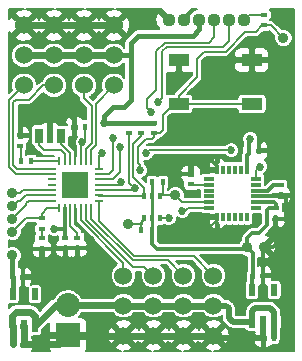
<source format=gtl>
G04 #@! TF.FileFunction,Copper,L1,Top,Signal*
%FSLAX46Y46*%
G04 Gerber Fmt 4.6, Leading zero omitted, Abs format (unit mm)*
G04 Created by KiCad (PCBNEW (2014-12-04 BZR 5312)-product) date 1/18/2015 1:46:40 PM*
%MOMM*%
G01*
G04 APERTURE LIST*
%ADD10C,0.100000*%
%ADD11R,0.700000X1.200000*%
%ADD12R,0.550000X1.200000*%
%ADD13R,0.599440X0.398780*%
%ADD14R,0.398780X0.599440*%
%ADD15R,0.600000X0.400000*%
%ADD16R,0.550000X1.000000*%
%ADD17R,0.850000X0.350000*%
%ADD18R,0.350000X0.800000*%
%ADD19O,0.248920X0.800000*%
%ADD20O,0.800000X0.248920*%
%ADD21R,2.250000X2.250000*%
%ADD22C,0.883200*%
%ADD23R,2.032000X2.032000*%
%ADD24O,2.032000X2.032000*%
%ADD25R,1.800000X1.000000*%
%ADD26C,1.117600*%
%ADD27R,0.420000X0.600000*%
%ADD28C,1.524000*%
%ADD29R,0.400000X0.600000*%
%ADD30C,0.685800*%
%ADD31C,0.609600*%
%ADD32C,0.304800*%
%ADD33C,0.406400*%
%ADD34C,0.203200*%
%ADD35C,0.508000*%
%ADD36C,0.254000*%
%ADD37C,0.152400*%
G04 APERTURE END LIST*
D10*
D11*
X51511200Y-38676580D03*
D12*
X50561200Y-38676580D03*
D11*
X49611200Y-38666580D03*
D13*
X51876960Y-47312580D03*
X51876960Y-48211740D03*
D14*
X53534500Y-37924880D03*
X52635340Y-37924880D03*
D13*
X52882800Y-47312580D03*
X52882800Y-48211740D03*
X68689580Y-28451400D03*
X68689580Y-29350560D03*
D14*
X69545520Y-55800100D03*
X68646360Y-55800100D03*
X67719260Y-50529600D03*
X68618420Y-50529600D03*
X47425120Y-56354700D03*
X48324280Y-56354700D03*
X47399720Y-50665100D03*
X48298880Y-50665100D03*
D13*
X69677280Y-44808140D03*
X69677280Y-45707300D03*
X70111620Y-42847260D03*
X70111620Y-43746420D03*
D14*
X67378580Y-39944040D03*
X68277740Y-39944040D03*
D13*
X62499240Y-42811700D03*
X62499240Y-41912540D03*
X49884920Y-47375300D03*
X49884920Y-48274460D03*
D15*
X49884920Y-46574880D03*
X49884920Y-45674880D03*
X59349640Y-37583960D03*
X59349640Y-38483960D03*
D16*
X67660840Y-54441200D03*
X68610840Y-54441200D03*
X69560840Y-54441200D03*
X69560840Y-51741200D03*
X67660840Y-51741200D03*
D17*
X64015970Y-42321670D03*
X64015970Y-42821670D03*
X64015970Y-43321670D03*
X64015970Y-43821670D03*
X64015970Y-44321670D03*
X64015970Y-44821670D03*
D18*
X64745970Y-45561670D03*
X65245970Y-45561670D03*
X65745970Y-45561670D03*
X66245970Y-45561670D03*
X66745970Y-45561670D03*
X67245970Y-45561670D03*
D17*
X68045970Y-44821670D03*
D18*
X64745970Y-41561670D03*
X65245970Y-41561670D03*
X65745970Y-41561670D03*
X66245970Y-41561670D03*
X66745970Y-41561670D03*
X67245970Y-41561670D03*
D17*
X68045970Y-44321670D03*
X68045970Y-43821670D03*
X68045970Y-43321670D03*
X68045970Y-42821670D03*
X68045970Y-42321670D03*
D19*
X54067900Y-40823200D03*
X53617900Y-40823200D03*
X53167900Y-40823200D03*
X52717900Y-40823200D03*
X52267900Y-40823200D03*
X51817900Y-40823200D03*
X51367900Y-40823200D03*
D20*
X50717900Y-41473200D03*
X50717900Y-41923200D03*
X50717900Y-42373200D03*
X50717900Y-42823200D03*
X50717900Y-43273200D03*
X50717900Y-43723200D03*
X50717900Y-44173200D03*
D19*
X51367900Y-44823200D03*
X51817900Y-44823200D03*
X52267900Y-44823200D03*
X52717900Y-44823200D03*
X53167900Y-44823200D03*
X53617900Y-44823200D03*
X54067900Y-44823200D03*
D20*
X54717900Y-44173200D03*
X54717900Y-43723200D03*
X54717900Y-43273200D03*
X54717900Y-42823200D03*
X54717900Y-42373200D03*
X54717900Y-41923200D03*
X54717900Y-41473200D03*
D21*
X52717900Y-42823200D03*
D14*
X48991520Y-40827960D03*
X48092360Y-40827960D03*
D15*
X48023780Y-38660920D03*
X48023780Y-39560920D03*
D22*
X47384920Y-45724880D03*
X47384920Y-44624880D03*
X47384920Y-46824880D03*
X70335140Y-30429200D03*
X57184920Y-46124880D03*
X61184920Y-43724880D03*
X47384920Y-43524880D03*
D23*
X52084920Y-55594880D03*
D24*
X52084920Y-53054880D03*
D22*
X67246500Y-48143160D03*
X68668900Y-48112680D03*
X47384920Y-48824880D03*
D25*
X61462920Y-35996880D03*
X61462920Y-32296880D03*
X67662920Y-32296880D03*
X67662920Y-35996880D03*
D26*
X60635240Y-28883200D03*
X61905240Y-28883200D03*
X63175240Y-28883200D03*
X64445240Y-28883200D03*
X65715240Y-28883200D03*
X66985240Y-28883200D03*
D27*
X59207400Y-45648920D03*
X59207400Y-43748920D03*
X59857400Y-45648920D03*
X59857400Y-43748920D03*
X58557400Y-43748920D03*
X58557400Y-45648920D03*
D16*
X47397180Y-54815460D03*
X48347180Y-54815460D03*
X49297180Y-54815460D03*
X49297180Y-52115460D03*
X47397180Y-52115460D03*
D28*
X55984920Y-34424880D03*
X53444920Y-34424880D03*
X50904920Y-34424880D03*
X48364920Y-34424880D03*
X55984920Y-31884880D03*
X53444920Y-31884880D03*
X50904920Y-31884880D03*
X48364920Y-31884880D03*
X55984920Y-29344880D03*
X53444920Y-29344880D03*
X50904920Y-29344880D03*
X48364920Y-29344880D03*
X56784920Y-50524880D03*
X59324920Y-50524880D03*
X61864920Y-50524880D03*
X64404920Y-50524880D03*
X56784920Y-53064880D03*
X59324920Y-53064880D03*
X61864920Y-53064880D03*
X64404920Y-53064880D03*
X56784920Y-55604880D03*
X59324920Y-55604880D03*
X61864920Y-55604880D03*
X64404920Y-55604880D03*
D15*
X57246520Y-37594120D03*
X57246520Y-38494120D03*
D29*
X59219680Y-42636440D03*
X60119680Y-42636440D03*
X59212900Y-46708060D03*
X58312900Y-46708060D03*
D15*
X58298080Y-37589040D03*
X58298080Y-38489040D03*
D30*
X50937160Y-46581060D03*
X53314810Y-39224880D03*
X55135780Y-37581840D03*
X61813440Y-33769300D03*
X65615820Y-32842200D03*
X68940680Y-38701980D03*
X64129920Y-40667940D03*
X64058800Y-46476920D03*
X54175660Y-47990760D03*
X49649380Y-36888420D03*
X53481700Y-42062400D03*
X52717900Y-42823200D03*
X53456300Y-43561000D03*
X51983100Y-43561000D03*
X51983100Y-42087800D03*
X56578500Y-42575480D03*
X58211730Y-41607740D03*
X67520820Y-38948360D03*
X57741820Y-43152010D03*
X60622180Y-45651420D03*
X56525160Y-39657020D03*
X59146440Y-36677600D03*
X55882540Y-38839140D03*
X59723020Y-35859720D03*
X61770260Y-45072300D03*
X54983380Y-40157400D03*
X68353940Y-41305480D03*
X65913000Y-39923720D03*
X58691780Y-40149780D03*
D31*
X53444920Y-31884880D02*
X55984920Y-31884880D01*
X50904920Y-31884880D02*
X53444920Y-31884880D01*
X48364920Y-31884880D02*
X50904920Y-31884880D01*
D32*
X51817900Y-44823200D02*
X51817900Y-46580158D01*
X51817900Y-46580158D02*
X51817900Y-47253520D01*
X50937160Y-46581060D02*
X51422093Y-46581060D01*
X51422093Y-46581060D02*
X51422995Y-46580158D01*
X51422995Y-46580158D02*
X51817900Y-46580158D01*
D33*
X47384920Y-48824880D02*
X47384920Y-50650300D01*
X47384920Y-50650300D02*
X47399720Y-50665100D01*
X47397180Y-52115460D02*
X47397180Y-50667640D01*
X47397180Y-50667640D02*
X47399720Y-50665100D01*
D32*
X51817900Y-47253520D02*
X51876960Y-47312580D01*
D34*
X53167900Y-39371790D02*
X53314810Y-39224880D01*
X53167900Y-40823200D02*
X53167900Y-39371790D01*
X53534500Y-39005190D02*
X53314810Y-39224880D01*
X53534500Y-37924880D02*
X53534500Y-39005190D01*
D33*
X57234240Y-37581840D02*
X57246520Y-37594120D01*
X55135780Y-37581840D02*
X57234240Y-37581840D01*
X57251600Y-37589040D02*
X57246520Y-37594120D01*
X58298080Y-37589040D02*
X57251600Y-37589040D01*
X58303160Y-37583960D02*
X58298080Y-37589040D01*
X59349640Y-37583960D02*
X58303160Y-37583960D01*
X57399020Y-35666580D02*
X56840120Y-36225480D01*
X56840120Y-36225480D02*
X55933340Y-36225480D01*
X55933340Y-36225480D02*
X55135780Y-37023040D01*
X55135780Y-37023040D02*
X55135780Y-37581840D01*
X57399020Y-31940500D02*
X57399020Y-35666580D01*
X63175240Y-29673462D02*
X62640482Y-30208220D01*
X62640482Y-30208220D02*
X58046620Y-30208220D01*
X58046620Y-30208220D02*
X57399020Y-30855820D01*
X57399020Y-30855820D02*
X57399020Y-31940500D01*
X63175240Y-28883200D02*
X63175240Y-29673462D01*
X57319920Y-31884880D02*
X57375540Y-31940500D01*
X57375540Y-31940500D02*
X57399020Y-31940500D01*
X55984920Y-31884880D02*
X57319920Y-31884880D01*
D31*
X56784920Y-55604880D02*
X52094920Y-55604880D01*
X52094920Y-55604880D02*
X52084920Y-55594880D01*
X55984920Y-29344880D02*
X53444920Y-29344880D01*
X53444920Y-29344880D02*
X50904920Y-29344880D01*
X48364920Y-29344880D02*
X50904920Y-29344880D01*
X59324920Y-55604880D02*
X64404920Y-55604880D01*
X59324920Y-55604880D02*
X61864920Y-55604880D01*
X56784920Y-55604880D02*
X59324920Y-55604880D01*
D35*
X64404920Y-55604880D02*
X64601300Y-55801260D01*
X68645200Y-55801260D02*
X68646360Y-55800100D01*
X64601300Y-55801260D02*
X68645200Y-55801260D01*
D33*
X68610840Y-55764580D02*
X68646360Y-55800100D01*
D35*
X68610840Y-54441200D02*
X68610840Y-55764580D01*
D34*
X52717900Y-38007440D02*
X52635340Y-37924880D01*
X52717900Y-40823200D02*
X52717900Y-38007440D01*
D31*
X51352760Y-56327040D02*
X52084920Y-55594880D01*
X48351940Y-56327040D02*
X51352760Y-56327040D01*
X48347180Y-56331800D02*
X48351940Y-56327040D01*
X48347180Y-54815460D02*
X48347180Y-56331800D01*
D32*
X70036370Y-43821670D02*
X70111620Y-43746420D01*
X68045970Y-43821670D02*
X70036370Y-43821670D01*
X70370700Y-45707300D02*
X69677280Y-45707300D01*
X70538340Y-45539660D02*
X70370700Y-45707300D01*
X70538340Y-44013120D02*
X70538340Y-45539660D01*
X70271640Y-43746420D02*
X70538340Y-44013120D01*
X70111620Y-43746420D02*
X70271640Y-43746420D01*
X69453760Y-48112680D02*
X68668900Y-48112680D01*
X69677280Y-47889160D02*
X69453760Y-48112680D01*
X69677280Y-45707300D02*
X69677280Y-47889160D01*
X68618420Y-48163160D02*
X68668900Y-48112680D01*
X68618420Y-50529600D02*
X68618420Y-48163160D01*
X61462920Y-33418780D02*
X61813440Y-33769300D01*
X61462920Y-32296880D02*
X61462920Y-33418780D01*
D34*
X66161140Y-32296880D02*
X65615820Y-32842200D01*
X67662920Y-32296880D02*
X66161140Y-32296880D01*
D32*
X68277740Y-39364920D02*
X68940680Y-38701980D01*
X68277740Y-39944040D02*
X68277740Y-39364920D01*
X64745970Y-41283990D02*
X64129920Y-40667940D01*
D34*
X64745970Y-41561670D02*
X64745970Y-41283990D01*
X64745970Y-45789750D02*
X64058800Y-46476920D01*
X64745970Y-45561670D02*
X64745970Y-45789750D01*
D32*
X48298880Y-50665100D02*
X48298880Y-48955180D01*
X48979600Y-48274460D02*
X49884920Y-48274460D01*
X48298880Y-48955180D02*
X48979600Y-48274460D01*
D34*
X62898020Y-40667940D02*
X64129920Y-40667940D01*
X62499240Y-41066720D02*
X62898020Y-40667940D01*
X62499240Y-41912540D02*
X62499240Y-41066720D01*
D32*
X51814240Y-48274460D02*
X51876960Y-48211740D01*
X49884920Y-48274460D02*
X51814240Y-48274460D01*
X52882800Y-48211740D02*
X51876960Y-48211740D01*
X53954680Y-48211740D02*
X54175660Y-47990760D01*
X52882800Y-48211740D02*
X53954680Y-48211740D01*
D36*
X54175660Y-47459900D02*
X54175660Y-47990760D01*
X52715160Y-45999400D02*
X54175660Y-47459900D01*
D34*
X52717900Y-45996660D02*
X52715160Y-45999400D01*
D36*
X52717900Y-44823200D02*
X52717900Y-45996660D01*
D32*
X48023780Y-38660920D02*
X48023780Y-37470080D01*
X48605440Y-36888420D02*
X49649380Y-36888420D01*
X48023780Y-37470080D02*
X48605440Y-36888420D01*
X50134313Y-36888420D02*
X49649380Y-36888420D01*
X52635340Y-37314060D02*
X52209700Y-36888420D01*
X52635340Y-37924880D02*
X52635340Y-37314060D01*
X50563107Y-37769873D02*
X50563107Y-36888420D01*
X50561200Y-37771780D02*
X50563107Y-37769873D01*
X50561200Y-38676580D02*
X50561200Y-37771780D01*
X50563107Y-36888420D02*
X50134313Y-36888420D01*
X52209700Y-36888420D02*
X50563107Y-36888420D01*
D34*
X53481700Y-42062400D02*
X52720900Y-42823200D01*
X52720900Y-42823200D02*
X52717900Y-42823200D01*
X53456300Y-43561000D02*
X52718500Y-42823200D01*
X51983100Y-43561000D02*
X52717900Y-42826200D01*
X51983100Y-42087800D02*
X52717900Y-42822600D01*
X52882800Y-46909990D02*
X52882800Y-47312580D01*
X52267900Y-46295090D02*
X52882800Y-46909990D01*
X52267900Y-44823200D02*
X52267900Y-46295090D01*
D37*
X66985240Y-28883200D02*
X67282420Y-28883200D01*
D34*
X67417040Y-28451400D02*
X68689580Y-28451400D01*
X66985240Y-28883200D02*
X67417040Y-28451400D01*
X69256500Y-29350560D02*
X70335140Y-30429200D01*
X68689580Y-29350560D02*
X69256500Y-29350560D01*
X56330780Y-42823200D02*
X56578500Y-42575480D01*
X54717900Y-42823200D02*
X56330780Y-42823200D01*
X59189620Y-38968680D02*
X59349640Y-38808660D01*
X59349640Y-38808660D02*
X59349640Y-38483960D01*
X58689240Y-38968680D02*
X59189620Y-38968680D01*
X58049160Y-39608760D02*
X58689240Y-38968680D01*
X58049160Y-40960237D02*
X58049160Y-39608760D01*
X58211730Y-41122807D02*
X58049160Y-40960237D01*
X58211730Y-41607740D02*
X58211730Y-41122807D01*
X61062920Y-35996880D02*
X61462920Y-35996880D01*
X60121800Y-36938000D02*
X61062920Y-35996880D01*
X60121800Y-38215000D02*
X60121800Y-36938000D01*
X59852840Y-38483960D02*
X60121800Y-38215000D01*
X59349640Y-38483960D02*
X59852840Y-38483960D01*
X61462920Y-35996880D02*
X61462920Y-35953700D01*
X61462920Y-35996880D02*
X67662920Y-35996880D01*
X67975480Y-29918660D02*
X68543580Y-29350560D01*
X67076320Y-29918660D02*
X67975480Y-29918660D01*
X65430400Y-31564580D02*
X67076320Y-29918660D01*
X63629540Y-31564580D02*
X65430400Y-31564580D01*
X63042800Y-32151320D02*
X63629540Y-31564580D01*
X63042800Y-33713800D02*
X63042800Y-32151320D01*
X61462920Y-35293680D02*
X63042800Y-33713800D01*
X68543580Y-29350560D02*
X68689580Y-29350560D01*
X61462920Y-35996880D02*
X61462920Y-35293680D01*
D31*
X47425120Y-56354700D02*
X47425120Y-54843400D01*
X47425120Y-54843400D02*
X47397180Y-54815460D01*
X49297180Y-54815460D02*
X49260760Y-54779040D01*
X49260760Y-54779040D02*
X49260760Y-53952140D01*
X49260760Y-53952140D02*
X48897540Y-53588920D01*
X48897540Y-53588920D02*
X47718980Y-53588920D01*
X47718980Y-53588920D02*
X47388780Y-53919120D01*
X47388780Y-53919120D02*
X47388780Y-54807060D01*
X47388780Y-54807060D02*
X47397180Y-54815460D01*
X52084920Y-53054880D02*
X51057760Y-53054880D01*
X51057760Y-53054880D02*
X49297180Y-54815460D01*
X52084920Y-53054880D02*
X56774920Y-53054880D01*
X56774920Y-53054880D02*
X56784920Y-53064880D01*
X61864920Y-53064880D02*
X64404920Y-53064880D01*
X59324920Y-53064880D02*
X61864920Y-53064880D01*
X56784920Y-53064880D02*
X59324920Y-53064880D01*
D35*
X67660840Y-54441200D02*
X67665600Y-54436440D01*
X69565520Y-54436520D02*
X69560840Y-54441200D01*
X67665600Y-54436440D02*
X67665600Y-53505100D01*
X67665600Y-53505100D02*
X67939920Y-53230780D01*
X67939920Y-53230780D02*
X69194680Y-53230780D01*
X69565520Y-53601620D02*
X69565520Y-54436520D01*
X69194680Y-53230780D02*
X69565520Y-53601620D01*
X65707260Y-54114700D02*
X66033760Y-54441200D01*
X66033760Y-54441200D02*
X67660840Y-54441200D01*
X65707260Y-53289590D02*
X65707260Y-54114700D01*
X64404920Y-53064880D02*
X65482550Y-53064880D01*
X65482550Y-53064880D02*
X65707260Y-53289590D01*
X69560840Y-54441200D02*
X69560840Y-55784780D01*
X69560840Y-55784780D02*
X69545520Y-55800100D01*
D32*
X67698940Y-50509280D02*
X67719260Y-50529600D01*
X67660840Y-50588020D02*
X67719260Y-50529600D01*
X67660840Y-51741200D02*
X67660840Y-50588020D01*
D36*
X59219680Y-43736640D02*
X59207400Y-43748920D01*
X59219680Y-42636440D02*
X59219680Y-43736640D01*
X59207400Y-45648920D02*
X59207400Y-43748920D01*
X59207400Y-46702560D02*
X59212900Y-46708060D01*
X59207400Y-45648920D02*
X59207400Y-46702560D01*
D32*
X67245970Y-40345890D02*
X67245970Y-41561670D01*
X67378580Y-40213280D02*
X67245970Y-40345890D01*
X67378580Y-39944040D02*
X67378580Y-40213280D01*
X67719260Y-48615920D02*
X67246500Y-48143160D01*
X67719260Y-50529600D02*
X67719260Y-48615920D01*
X69072760Y-44808140D02*
X68940680Y-44940220D01*
X69677280Y-44808140D02*
X69072760Y-44808140D01*
X68940680Y-44940220D02*
X68940680Y-46281340D01*
X68940680Y-46281340D02*
X68292980Y-46929040D01*
X68292980Y-46929040D02*
X67637660Y-46929040D01*
X67246500Y-47320200D02*
X67246500Y-48143160D01*
X67637660Y-46929040D02*
X67246500Y-47320200D01*
X67378580Y-39090600D02*
X67520820Y-38948360D01*
X67378580Y-39944040D02*
X67378580Y-39090600D01*
X67127120Y-48262540D02*
X67246500Y-48143160D01*
X59641740Y-48262540D02*
X67127120Y-48262540D01*
X59212900Y-47833700D02*
X59641740Y-48262540D01*
X59212900Y-46708060D02*
X59212900Y-47833700D01*
X69677280Y-44465240D02*
X69677280Y-44808140D01*
X69533710Y-44321670D02*
X69677280Y-44465240D01*
X68045970Y-44321670D02*
X69533710Y-44321670D01*
X69469000Y-42847260D02*
X68994590Y-43321670D01*
X68994590Y-43321670D02*
X68045970Y-43321670D01*
X70111620Y-42847260D02*
X69469000Y-42847260D01*
D34*
X62509210Y-42821670D02*
X62499240Y-42811700D01*
X64015970Y-42821670D02*
X62509210Y-42821670D01*
X49884920Y-47375300D02*
X49884920Y-46574880D01*
D37*
X54067900Y-40823200D02*
X54067900Y-40587200D01*
X54067900Y-40823200D02*
X54067900Y-40798560D01*
D34*
X55484920Y-34924880D02*
X55984920Y-34424880D01*
X54067900Y-40823200D02*
X54067900Y-39858112D01*
X54067900Y-39858112D02*
X54440530Y-39485482D01*
X54440530Y-35969270D02*
X55984920Y-34424880D01*
X54440530Y-39485482D02*
X54440530Y-35969270D01*
X53617900Y-39805204D02*
X54084920Y-39338184D01*
X53617900Y-40823200D02*
X53617900Y-39805204D01*
X53444920Y-35502510D02*
X53444920Y-34424880D01*
X54084920Y-36142510D02*
X53444920Y-35502510D01*
X54084920Y-39338184D02*
X54084920Y-36142510D01*
X51511200Y-38676580D02*
X51511200Y-38926580D01*
X51511200Y-39410392D02*
X52270660Y-40169852D01*
X51511200Y-38676580D02*
X51511200Y-39410392D01*
X52267900Y-40172612D02*
X52267900Y-40823200D01*
X52270660Y-40169852D02*
X52267900Y-40172612D01*
X49611200Y-39469780D02*
X50075300Y-39933880D01*
X49611200Y-38666580D02*
X49611200Y-39469780D01*
X51817900Y-40220000D02*
X51817900Y-40823200D01*
X51531780Y-39933880D02*
X51817900Y-40220000D01*
X50075300Y-39933880D02*
X51531780Y-39933880D01*
X48996280Y-40823200D02*
X48991520Y-40827960D01*
X51367900Y-40823200D02*
X48996280Y-40823200D01*
X50114700Y-41473200D02*
X50717900Y-41473200D01*
X47781288Y-41473200D02*
X50114700Y-41473200D01*
X47469779Y-41161691D02*
X47781288Y-41473200D01*
X47469779Y-35840021D02*
X47469779Y-41161691D01*
X47684920Y-35624880D02*
X47469779Y-35840021D01*
X48784920Y-35624880D02*
X47684920Y-35624880D01*
X49984920Y-34424880D02*
X48784920Y-35624880D01*
X50904920Y-34424880D02*
X49984920Y-34424880D01*
X50114700Y-41923200D02*
X50717900Y-41923200D01*
X47728380Y-41923200D02*
X50114700Y-41923200D01*
X47114170Y-41308990D02*
X47728380Y-41923200D01*
X47114169Y-35675631D02*
X47114170Y-41308990D01*
X48364920Y-34424880D02*
X47114169Y-35675631D01*
X47384920Y-43524880D02*
X48009436Y-43524880D01*
X48009436Y-43524880D02*
X48261116Y-43273200D01*
X48261116Y-43273200D02*
X50114700Y-43273200D01*
X50114700Y-43273200D02*
X50717900Y-43273200D01*
X48054279Y-44183281D02*
X48514360Y-43723200D01*
X48514360Y-43723200D02*
X50717900Y-43723200D01*
X47384920Y-44624880D02*
X47826519Y-44183281D01*
X47826519Y-44183281D02*
X48054279Y-44183281D01*
X48564800Y-44391580D02*
X48783180Y-44173200D01*
X48783180Y-44173200D02*
X50717900Y-44173200D01*
X48564800Y-44545000D02*
X48564800Y-44391580D01*
X47384920Y-45724880D02*
X48564800Y-44545000D01*
X49884920Y-45674880D02*
X48534920Y-45674880D01*
X48534920Y-45674880D02*
X47384920Y-46824880D01*
X49884920Y-45674880D02*
X49884920Y-45271680D01*
X49884920Y-45271680D02*
X50333400Y-44823200D01*
X50333400Y-44823200D02*
X51040240Y-44823200D01*
X51040240Y-44823200D02*
X51367900Y-44823200D01*
X53167900Y-45426400D02*
X53167900Y-44823200D01*
X53167900Y-45830230D02*
X53167900Y-45426400D01*
X56784920Y-49447250D02*
X53167900Y-45830230D01*
X56784920Y-50524880D02*
X56784920Y-49447250D01*
X53617900Y-45777322D02*
X53617900Y-44823200D01*
X57603459Y-49762881D02*
X53617900Y-45777322D01*
X58562921Y-49762881D02*
X57603459Y-49762881D01*
X59324920Y-50524880D02*
X58562921Y-49762881D01*
D37*
X54067900Y-44823200D02*
X54067900Y-45098740D01*
D34*
X61864920Y-50524880D02*
X60564920Y-49224880D01*
X60564920Y-49224880D02*
X57568366Y-49224880D01*
X54067900Y-45724414D02*
X54067900Y-44823200D01*
X57568366Y-49224880D02*
X54067900Y-45724414D01*
X54717900Y-44173200D02*
X54728900Y-44173200D01*
D37*
X54717900Y-44173200D02*
X54993440Y-44173200D01*
D34*
X54717900Y-45871506D02*
X54717900Y-44173200D01*
X57715664Y-48869270D02*
X54717900Y-45871506D01*
X62749310Y-48869270D02*
X57715664Y-48869270D01*
X64404920Y-50524880D02*
X62749310Y-48869270D01*
X54743620Y-43748920D02*
X54717900Y-43723200D01*
X58557400Y-43748920D02*
X54743620Y-43748920D01*
X57614820Y-39425880D02*
X58298080Y-38742620D01*
X58298080Y-38742620D02*
X58298080Y-38489040D01*
X57614820Y-42151300D02*
X57614820Y-39425880D01*
X58557400Y-43093880D02*
X57614820Y-42151300D01*
X58557400Y-43748920D02*
X58557400Y-43093880D01*
X57620630Y-43273200D02*
X57741820Y-43152010D01*
X54717900Y-43273200D02*
X57620630Y-43273200D01*
X59859900Y-45651420D02*
X59857400Y-45648920D01*
X60622180Y-45651420D02*
X59859900Y-45651420D01*
X57741820Y-43152010D02*
X57246520Y-42656710D01*
X57246520Y-42656710D02*
X57246520Y-38897320D01*
X57246520Y-38897320D02*
X57246520Y-38494120D01*
X55897366Y-42373200D02*
X56530240Y-41740326D01*
X54717900Y-42373200D02*
X55897366Y-42373200D01*
X56525160Y-41735246D02*
X56525160Y-39657020D01*
X56530240Y-41740326D02*
X56525160Y-41735246D01*
X64445240Y-30347560D02*
X64445240Y-28883200D01*
X63990230Y-30802570D02*
X64445240Y-30347560D01*
X60292002Y-30802570D02*
X63990230Y-30802570D01*
X59563000Y-31531572D02*
X60292002Y-30802570D01*
X59563000Y-34848800D02*
X59563000Y-31531572D01*
X58803541Y-35608259D02*
X59563000Y-34848800D01*
X58803541Y-36334701D02*
X58803541Y-35608259D01*
X59146440Y-36677600D02*
X58803541Y-36334701D01*
X54717900Y-41923200D02*
X55587400Y-41923200D01*
X55882540Y-41628060D02*
X55882540Y-38839140D01*
X55587400Y-41923200D02*
X55882540Y-41628060D01*
X65715240Y-30687920D02*
X65715240Y-28883200D01*
X65244980Y-31158180D02*
X65715240Y-30687920D01*
X60439300Y-31158180D02*
X65244980Y-31158180D01*
X60065919Y-35516821D02*
X60065919Y-31531561D01*
X60065919Y-31531561D02*
X60439300Y-31158180D01*
X59723020Y-35859720D02*
X60065919Y-35516821D01*
X58557400Y-45648920D02*
X58557400Y-45844220D01*
X58312900Y-46088720D02*
X58312900Y-46708060D01*
X58557400Y-45844220D02*
X58312900Y-46088720D01*
X58315860Y-45890460D02*
X58557400Y-45648920D01*
X58315860Y-46126400D02*
X58315860Y-45890460D01*
X57186440Y-46126400D02*
X58315860Y-46126400D01*
X57184920Y-46124880D02*
X57186440Y-46126400D01*
X61770260Y-45072300D02*
X61970920Y-45072300D01*
X62221550Y-44821670D02*
X64015970Y-44821670D01*
X61970920Y-45072300D02*
X62221550Y-44821670D01*
X59881440Y-43724880D02*
X59857400Y-43748920D01*
X61184920Y-43724880D02*
X59881440Y-43724880D01*
X60134500Y-42651260D02*
X60119680Y-42636440D01*
X60134500Y-43695620D02*
X60134500Y-42651260D01*
X59910700Y-43695620D02*
X60134500Y-43695620D01*
X59857400Y-43748920D02*
X59910700Y-43695620D01*
X61781710Y-44321670D02*
X61184920Y-43724880D01*
X64015970Y-44321670D02*
X61781710Y-44321670D01*
X48092360Y-39629500D02*
X48023780Y-39560920D01*
X48092360Y-40827960D02*
X48092360Y-39629500D01*
D37*
X68045970Y-42321670D02*
X68278070Y-42321670D01*
D34*
X54717900Y-40422880D02*
X54983380Y-40157400D01*
X54717900Y-41473200D02*
X54717900Y-40422880D01*
X68045970Y-41613450D02*
X68353940Y-41305480D01*
X68045970Y-42321670D02*
X68045970Y-41613450D01*
X58917840Y-39923720D02*
X58691780Y-40149780D01*
X65913000Y-39923720D02*
X58917840Y-39923720D01*
D37*
G36*
X60771229Y-29026942D02*
X60649382Y-29148789D01*
X60635240Y-29134647D01*
X60621097Y-29148789D01*
X60383793Y-28911485D01*
X60369650Y-28897342D01*
X60383793Y-28883200D01*
X59799781Y-28299188D01*
X59598947Y-28350061D01*
X59473807Y-28787217D01*
X59525485Y-29238984D01*
X59598947Y-29416339D01*
X59799778Y-29467211D01*
X59686513Y-29580477D01*
X59780856Y-29674820D01*
X58046625Y-29674820D01*
X58046620Y-29674819D01*
X57842497Y-29715423D01*
X57669449Y-29831049D01*
X57349831Y-30150667D01*
X57349831Y-29489714D01*
X57301359Y-28956360D01*
X57190508Y-28688742D01*
X56968766Y-28612481D01*
X56236367Y-29344880D01*
X56968766Y-30077279D01*
X57190508Y-30001018D01*
X57349831Y-29489714D01*
X57349831Y-30150667D01*
X57021849Y-30478649D01*
X56906223Y-30651697D01*
X56865620Y-30855820D01*
X56865620Y-31221165D01*
X56717319Y-31072605D01*
X56717319Y-30328726D01*
X55984920Y-29596327D01*
X55733473Y-29847774D01*
X55733473Y-29344880D01*
X55001074Y-28612481D01*
X54779332Y-28688742D01*
X54724026Y-28866230D01*
X54650508Y-28688742D01*
X54428766Y-28612481D01*
X53696367Y-29344880D01*
X54428766Y-30077279D01*
X54650508Y-30001018D01*
X54705813Y-29823529D01*
X54779332Y-30001018D01*
X55001074Y-30077279D01*
X55733473Y-29344880D01*
X55733473Y-29847774D01*
X55252521Y-30328726D01*
X55328782Y-30550468D01*
X55840086Y-30709791D01*
X56373440Y-30661319D01*
X56641058Y-30550468D01*
X56717319Y-30328726D01*
X56717319Y-31072605D01*
X56604409Y-30959498D01*
X56203125Y-30792870D01*
X55768621Y-30792491D01*
X55367047Y-30958418D01*
X55075076Y-31249880D01*
X54354284Y-31249880D01*
X54177319Y-31072605D01*
X54177319Y-30328726D01*
X53444920Y-29596327D01*
X53193473Y-29847774D01*
X53193473Y-29344880D01*
X52461074Y-28612481D01*
X52239332Y-28688742D01*
X52184026Y-28866230D01*
X52110508Y-28688742D01*
X51888766Y-28612481D01*
X51156367Y-29344880D01*
X51888766Y-30077279D01*
X52110508Y-30001018D01*
X52165813Y-29823529D01*
X52239332Y-30001018D01*
X52461074Y-30077279D01*
X53193473Y-29344880D01*
X53193473Y-29847774D01*
X52712521Y-30328726D01*
X52788782Y-30550468D01*
X53300086Y-30709791D01*
X53833440Y-30661319D01*
X54101058Y-30550468D01*
X54177319Y-30328726D01*
X54177319Y-31072605D01*
X54064409Y-30959498D01*
X53663125Y-30792870D01*
X53228621Y-30792491D01*
X52827047Y-30958418D01*
X52535076Y-31249880D01*
X51814284Y-31249880D01*
X51637319Y-31072605D01*
X51637319Y-30328726D01*
X50904920Y-29596327D01*
X50653473Y-29847774D01*
X50653473Y-29344880D01*
X49921074Y-28612481D01*
X49699332Y-28688742D01*
X49644026Y-28866230D01*
X49570508Y-28688742D01*
X49348766Y-28612481D01*
X48616367Y-29344880D01*
X49348766Y-30077279D01*
X49570508Y-30001018D01*
X49625813Y-29823529D01*
X49699332Y-30001018D01*
X49921074Y-30077279D01*
X50653473Y-29344880D01*
X50653473Y-29847774D01*
X50172521Y-30328726D01*
X50248782Y-30550468D01*
X50760086Y-30709791D01*
X51293440Y-30661319D01*
X51561058Y-30550468D01*
X51637319Y-30328726D01*
X51637319Y-31072605D01*
X51524409Y-30959498D01*
X51123125Y-30792870D01*
X50688621Y-30792491D01*
X50287047Y-30958418D01*
X49995076Y-31249880D01*
X49274284Y-31249880D01*
X49097319Y-31072605D01*
X49097319Y-30328726D01*
X48364920Y-29596327D01*
X47632521Y-30328726D01*
X47708782Y-30550468D01*
X48220086Y-30709791D01*
X48753440Y-30661319D01*
X49021058Y-30550468D01*
X49097319Y-30328726D01*
X49097319Y-31072605D01*
X48984409Y-30959498D01*
X48583125Y-30792870D01*
X48148621Y-30792491D01*
X47747047Y-30958418D01*
X47439538Y-31265391D01*
X47272910Y-31666675D01*
X47272531Y-32101179D01*
X47438458Y-32502753D01*
X47745431Y-32810262D01*
X48146715Y-32976890D01*
X48581219Y-32977269D01*
X48982793Y-32811342D01*
X49274763Y-32519880D01*
X49995555Y-32519880D01*
X50285431Y-32810262D01*
X50686715Y-32976890D01*
X51121219Y-32977269D01*
X51522793Y-32811342D01*
X51814763Y-32519880D01*
X52535555Y-32519880D01*
X52825431Y-32810262D01*
X53226715Y-32976890D01*
X53661219Y-32977269D01*
X54062793Y-32811342D01*
X54354763Y-32519880D01*
X55075555Y-32519880D01*
X55365431Y-32810262D01*
X55766715Y-32976890D01*
X56201219Y-32977269D01*
X56602793Y-32811342D01*
X56865620Y-32548973D01*
X56865620Y-33761165D01*
X56604409Y-33499498D01*
X56203125Y-33332870D01*
X55768621Y-33332491D01*
X55367047Y-33498418D01*
X55059538Y-33805391D01*
X54892910Y-34206675D01*
X54892531Y-34641179D01*
X54970138Y-34829003D01*
X54176104Y-35623037D01*
X53950718Y-35397650D01*
X54062793Y-35351342D01*
X54370302Y-35044369D01*
X54536930Y-34643085D01*
X54537309Y-34208581D01*
X54371382Y-33807007D01*
X54064409Y-33499498D01*
X53663125Y-33332870D01*
X53228621Y-33332491D01*
X52827047Y-33498418D01*
X52519538Y-33805391D01*
X52352910Y-34206675D01*
X52352531Y-34641179D01*
X52518458Y-35042753D01*
X52825431Y-35350262D01*
X53013120Y-35428197D01*
X53013120Y-35502510D01*
X53045989Y-35667753D01*
X53139591Y-35807839D01*
X53653120Y-36321367D01*
X53653120Y-37288491D01*
X53335110Y-37288491D01*
X53326009Y-37290256D01*
X53165653Y-37129899D01*
X52950935Y-37040960D01*
X52881085Y-37040960D01*
X52735035Y-37187010D01*
X52735035Y-37775020D01*
X52833140Y-37775020D01*
X52833140Y-38074740D01*
X52735035Y-38074740D01*
X52735035Y-38662750D01*
X52830025Y-38757740D01*
X52744516Y-38843102D01*
X52641827Y-39090405D01*
X52641593Y-39358181D01*
X52736100Y-39586904D01*
X52736100Y-40418430D01*
X52717900Y-40509927D01*
X52699700Y-40418430D01*
X52699700Y-40183732D01*
X52699700Y-40183727D01*
X52702460Y-40169852D01*
X52702461Y-40169852D01*
X52669592Y-40004610D01*
X52613480Y-39920634D01*
X52575989Y-39864524D01*
X52575989Y-39864523D01*
X52575985Y-39864520D01*
X52150083Y-39438618D01*
X52171836Y-39406393D01*
X52197869Y-39276580D01*
X52197869Y-38758317D01*
X52319745Y-38808800D01*
X52389595Y-38808800D01*
X52535645Y-38662750D01*
X52535645Y-38074740D01*
X52437540Y-38074740D01*
X52437540Y-37775020D01*
X52535645Y-37775020D01*
X52535645Y-37187010D01*
X52389595Y-37040960D01*
X52319745Y-37040960D01*
X52105027Y-37129899D01*
X51940689Y-37294238D01*
X51851750Y-37508956D01*
X51851750Y-37628970D01*
X51969858Y-37747078D01*
X51896939Y-37747078D01*
X51861200Y-37739911D01*
X51851750Y-37739911D01*
X51325714Y-37739911D01*
X51167123Y-37581319D01*
X50952405Y-37492380D01*
X50844750Y-37492380D01*
X50698700Y-37638430D01*
X50698700Y-38498780D01*
X50759000Y-38498780D01*
X50759000Y-38854380D01*
X50698700Y-38854380D01*
X50698700Y-38874380D01*
X50423700Y-38874380D01*
X50423700Y-38854380D01*
X50363400Y-38854380D01*
X50363400Y-38498780D01*
X50423700Y-38498780D01*
X50423700Y-37638430D01*
X50277650Y-37492380D01*
X50169995Y-37492380D01*
X49955277Y-37581319D01*
X49806685Y-37729911D01*
X49261200Y-37729911D01*
X49135296Y-37754339D01*
X49024638Y-37827030D01*
X48950564Y-37936767D01*
X48924531Y-38066580D01*
X48924531Y-39266580D01*
X48948959Y-39392484D01*
X49021650Y-39503142D01*
X49131387Y-39577216D01*
X49203653Y-39591708D01*
X49212269Y-39635023D01*
X49305871Y-39775109D01*
X49769968Y-40239205D01*
X49769971Y-40239209D01*
X49769972Y-40239209D01*
X49863574Y-40301752D01*
X49910057Y-40332811D01*
X49910058Y-40332812D01*
X50075300Y-40365681D01*
X50075300Y-40365680D01*
X50075305Y-40365680D01*
X50946592Y-40365680D01*
X50941476Y-40391400D01*
X49495967Y-40391400D01*
X49430460Y-40291678D01*
X49320723Y-40217604D01*
X49190910Y-40191571D01*
X48792130Y-40191571D01*
X48666226Y-40215999D01*
X48555568Y-40288690D01*
X48542274Y-40308384D01*
X48531300Y-40291678D01*
X48524160Y-40286858D01*
X48524160Y-40024237D01*
X48560342Y-40000470D01*
X48634416Y-39890733D01*
X48660449Y-39760920D01*
X48660449Y-39360920D01*
X48658745Y-39352137D01*
X48819041Y-39191843D01*
X48907980Y-38977125D01*
X48907980Y-38906970D01*
X48907980Y-38414870D01*
X48907980Y-38344715D01*
X48819041Y-38129997D01*
X48654702Y-37965659D01*
X48439984Y-37876720D01*
X48319830Y-37876720D01*
X48173780Y-38022770D01*
X48173780Y-38560920D01*
X48761930Y-38560920D01*
X48907980Y-38414870D01*
X48907980Y-38906970D01*
X48761930Y-38760920D01*
X48173780Y-38760920D01*
X48173780Y-38858720D01*
X47901579Y-38858720D01*
X47901579Y-36056680D01*
X48784920Y-36056680D01*
X48950162Y-36023811D01*
X48950163Y-36023811D01*
X49090249Y-35930209D01*
X49978237Y-35042220D01*
X49978458Y-35042753D01*
X50285431Y-35350262D01*
X50686715Y-35516890D01*
X51121219Y-35517269D01*
X51522793Y-35351342D01*
X51830302Y-35044369D01*
X51996930Y-34643085D01*
X51997309Y-34208581D01*
X51831382Y-33807007D01*
X51524409Y-33499498D01*
X51123125Y-33332870D01*
X50688621Y-33332491D01*
X50287047Y-33498418D01*
X49979538Y-33805391D01*
X49894101Y-34011145D01*
X49819677Y-34025949D01*
X49679591Y-34119551D01*
X49457192Y-34341949D01*
X49457309Y-34208581D01*
X49291382Y-33807007D01*
X48984409Y-33499498D01*
X48583125Y-33332870D01*
X48148621Y-33332491D01*
X47747047Y-33498418D01*
X47439538Y-33805391D01*
X47272910Y-34206675D01*
X47272531Y-34641179D01*
X47350138Y-34829003D01*
X47111120Y-35068022D01*
X47111120Y-29884623D01*
X47159332Y-30001018D01*
X47381074Y-30077279D01*
X48113473Y-29344880D01*
X47381074Y-28612481D01*
X47159332Y-28688742D01*
X47111120Y-28843465D01*
X47111120Y-27995080D01*
X48343482Y-27995080D01*
X47976400Y-28028441D01*
X47708782Y-28139292D01*
X47632521Y-28361034D01*
X48364920Y-29093433D01*
X49097319Y-28361034D01*
X49021058Y-28139292D01*
X48558248Y-27995080D01*
X50883482Y-27995080D01*
X50516400Y-28028441D01*
X50248782Y-28139292D01*
X50172521Y-28361034D01*
X50904920Y-29093433D01*
X51637319Y-28361034D01*
X51561058Y-28139292D01*
X51098248Y-27995080D01*
X53423482Y-27995080D01*
X53056400Y-28028441D01*
X52788782Y-28139292D01*
X52712521Y-28361034D01*
X53444920Y-29093433D01*
X54177319Y-28361034D01*
X54101058Y-28139292D01*
X53638248Y-27995080D01*
X55963482Y-27995080D01*
X55596400Y-28028441D01*
X55328782Y-28139292D01*
X55252521Y-28361034D01*
X55984920Y-29093433D01*
X56717319Y-28361034D01*
X56641058Y-28139292D01*
X56178248Y-27995080D01*
X60064567Y-27995080D01*
X60051228Y-28047741D01*
X60635240Y-28631753D01*
X60649382Y-28617610D01*
X60760538Y-28728766D01*
X60743807Y-28787217D01*
X60771229Y-29026942D01*
X60771229Y-29026942D01*
G37*
X60771229Y-29026942D02*
X60649382Y-29148789D01*
X60635240Y-29134647D01*
X60621097Y-29148789D01*
X60383793Y-28911485D01*
X60369650Y-28897342D01*
X60383793Y-28883200D01*
X59799781Y-28299188D01*
X59598947Y-28350061D01*
X59473807Y-28787217D01*
X59525485Y-29238984D01*
X59598947Y-29416339D01*
X59799778Y-29467211D01*
X59686513Y-29580477D01*
X59780856Y-29674820D01*
X58046625Y-29674820D01*
X58046620Y-29674819D01*
X57842497Y-29715423D01*
X57669449Y-29831049D01*
X57349831Y-30150667D01*
X57349831Y-29489714D01*
X57301359Y-28956360D01*
X57190508Y-28688742D01*
X56968766Y-28612481D01*
X56236367Y-29344880D01*
X56968766Y-30077279D01*
X57190508Y-30001018D01*
X57349831Y-29489714D01*
X57349831Y-30150667D01*
X57021849Y-30478649D01*
X56906223Y-30651697D01*
X56865620Y-30855820D01*
X56865620Y-31221165D01*
X56717319Y-31072605D01*
X56717319Y-30328726D01*
X55984920Y-29596327D01*
X55733473Y-29847774D01*
X55733473Y-29344880D01*
X55001074Y-28612481D01*
X54779332Y-28688742D01*
X54724026Y-28866230D01*
X54650508Y-28688742D01*
X54428766Y-28612481D01*
X53696367Y-29344880D01*
X54428766Y-30077279D01*
X54650508Y-30001018D01*
X54705813Y-29823529D01*
X54779332Y-30001018D01*
X55001074Y-30077279D01*
X55733473Y-29344880D01*
X55733473Y-29847774D01*
X55252521Y-30328726D01*
X55328782Y-30550468D01*
X55840086Y-30709791D01*
X56373440Y-30661319D01*
X56641058Y-30550468D01*
X56717319Y-30328726D01*
X56717319Y-31072605D01*
X56604409Y-30959498D01*
X56203125Y-30792870D01*
X55768621Y-30792491D01*
X55367047Y-30958418D01*
X55075076Y-31249880D01*
X54354284Y-31249880D01*
X54177319Y-31072605D01*
X54177319Y-30328726D01*
X53444920Y-29596327D01*
X53193473Y-29847774D01*
X53193473Y-29344880D01*
X52461074Y-28612481D01*
X52239332Y-28688742D01*
X52184026Y-28866230D01*
X52110508Y-28688742D01*
X51888766Y-28612481D01*
X51156367Y-29344880D01*
X51888766Y-30077279D01*
X52110508Y-30001018D01*
X52165813Y-29823529D01*
X52239332Y-30001018D01*
X52461074Y-30077279D01*
X53193473Y-29344880D01*
X53193473Y-29847774D01*
X52712521Y-30328726D01*
X52788782Y-30550468D01*
X53300086Y-30709791D01*
X53833440Y-30661319D01*
X54101058Y-30550468D01*
X54177319Y-30328726D01*
X54177319Y-31072605D01*
X54064409Y-30959498D01*
X53663125Y-30792870D01*
X53228621Y-30792491D01*
X52827047Y-30958418D01*
X52535076Y-31249880D01*
X51814284Y-31249880D01*
X51637319Y-31072605D01*
X51637319Y-30328726D01*
X50904920Y-29596327D01*
X50653473Y-29847774D01*
X50653473Y-29344880D01*
X49921074Y-28612481D01*
X49699332Y-28688742D01*
X49644026Y-28866230D01*
X49570508Y-28688742D01*
X49348766Y-28612481D01*
X48616367Y-29344880D01*
X49348766Y-30077279D01*
X49570508Y-30001018D01*
X49625813Y-29823529D01*
X49699332Y-30001018D01*
X49921074Y-30077279D01*
X50653473Y-29344880D01*
X50653473Y-29847774D01*
X50172521Y-30328726D01*
X50248782Y-30550468D01*
X50760086Y-30709791D01*
X51293440Y-30661319D01*
X51561058Y-30550468D01*
X51637319Y-30328726D01*
X51637319Y-31072605D01*
X51524409Y-30959498D01*
X51123125Y-30792870D01*
X50688621Y-30792491D01*
X50287047Y-30958418D01*
X49995076Y-31249880D01*
X49274284Y-31249880D01*
X49097319Y-31072605D01*
X49097319Y-30328726D01*
X48364920Y-29596327D01*
X47632521Y-30328726D01*
X47708782Y-30550468D01*
X48220086Y-30709791D01*
X48753440Y-30661319D01*
X49021058Y-30550468D01*
X49097319Y-30328726D01*
X49097319Y-31072605D01*
X48984409Y-30959498D01*
X48583125Y-30792870D01*
X48148621Y-30792491D01*
X47747047Y-30958418D01*
X47439538Y-31265391D01*
X47272910Y-31666675D01*
X47272531Y-32101179D01*
X47438458Y-32502753D01*
X47745431Y-32810262D01*
X48146715Y-32976890D01*
X48581219Y-32977269D01*
X48982793Y-32811342D01*
X49274763Y-32519880D01*
X49995555Y-32519880D01*
X50285431Y-32810262D01*
X50686715Y-32976890D01*
X51121219Y-32977269D01*
X51522793Y-32811342D01*
X51814763Y-32519880D01*
X52535555Y-32519880D01*
X52825431Y-32810262D01*
X53226715Y-32976890D01*
X53661219Y-32977269D01*
X54062793Y-32811342D01*
X54354763Y-32519880D01*
X55075555Y-32519880D01*
X55365431Y-32810262D01*
X55766715Y-32976890D01*
X56201219Y-32977269D01*
X56602793Y-32811342D01*
X56865620Y-32548973D01*
X56865620Y-33761165D01*
X56604409Y-33499498D01*
X56203125Y-33332870D01*
X55768621Y-33332491D01*
X55367047Y-33498418D01*
X55059538Y-33805391D01*
X54892910Y-34206675D01*
X54892531Y-34641179D01*
X54970138Y-34829003D01*
X54176104Y-35623037D01*
X53950718Y-35397650D01*
X54062793Y-35351342D01*
X54370302Y-35044369D01*
X54536930Y-34643085D01*
X54537309Y-34208581D01*
X54371382Y-33807007D01*
X54064409Y-33499498D01*
X53663125Y-33332870D01*
X53228621Y-33332491D01*
X52827047Y-33498418D01*
X52519538Y-33805391D01*
X52352910Y-34206675D01*
X52352531Y-34641179D01*
X52518458Y-35042753D01*
X52825431Y-35350262D01*
X53013120Y-35428197D01*
X53013120Y-35502510D01*
X53045989Y-35667753D01*
X53139591Y-35807839D01*
X53653120Y-36321367D01*
X53653120Y-37288491D01*
X53335110Y-37288491D01*
X53326009Y-37290256D01*
X53165653Y-37129899D01*
X52950935Y-37040960D01*
X52881085Y-37040960D01*
X52735035Y-37187010D01*
X52735035Y-37775020D01*
X52833140Y-37775020D01*
X52833140Y-38074740D01*
X52735035Y-38074740D01*
X52735035Y-38662750D01*
X52830025Y-38757740D01*
X52744516Y-38843102D01*
X52641827Y-39090405D01*
X52641593Y-39358181D01*
X52736100Y-39586904D01*
X52736100Y-40418430D01*
X52717900Y-40509927D01*
X52699700Y-40418430D01*
X52699700Y-40183732D01*
X52699700Y-40183727D01*
X52702460Y-40169852D01*
X52702461Y-40169852D01*
X52669592Y-40004610D01*
X52613480Y-39920634D01*
X52575989Y-39864524D01*
X52575989Y-39864523D01*
X52575985Y-39864520D01*
X52150083Y-39438618D01*
X52171836Y-39406393D01*
X52197869Y-39276580D01*
X52197869Y-38758317D01*
X52319745Y-38808800D01*
X52389595Y-38808800D01*
X52535645Y-38662750D01*
X52535645Y-38074740D01*
X52437540Y-38074740D01*
X52437540Y-37775020D01*
X52535645Y-37775020D01*
X52535645Y-37187010D01*
X52389595Y-37040960D01*
X52319745Y-37040960D01*
X52105027Y-37129899D01*
X51940689Y-37294238D01*
X51851750Y-37508956D01*
X51851750Y-37628970D01*
X51969858Y-37747078D01*
X51896939Y-37747078D01*
X51861200Y-37739911D01*
X51851750Y-37739911D01*
X51325714Y-37739911D01*
X51167123Y-37581319D01*
X50952405Y-37492380D01*
X50844750Y-37492380D01*
X50698700Y-37638430D01*
X50698700Y-38498780D01*
X50759000Y-38498780D01*
X50759000Y-38854380D01*
X50698700Y-38854380D01*
X50698700Y-38874380D01*
X50423700Y-38874380D01*
X50423700Y-38854380D01*
X50363400Y-38854380D01*
X50363400Y-38498780D01*
X50423700Y-38498780D01*
X50423700Y-37638430D01*
X50277650Y-37492380D01*
X50169995Y-37492380D01*
X49955277Y-37581319D01*
X49806685Y-37729911D01*
X49261200Y-37729911D01*
X49135296Y-37754339D01*
X49024638Y-37827030D01*
X48950564Y-37936767D01*
X48924531Y-38066580D01*
X48924531Y-39266580D01*
X48948959Y-39392484D01*
X49021650Y-39503142D01*
X49131387Y-39577216D01*
X49203653Y-39591708D01*
X49212269Y-39635023D01*
X49305871Y-39775109D01*
X49769968Y-40239205D01*
X49769971Y-40239209D01*
X49769972Y-40239209D01*
X49863574Y-40301752D01*
X49910057Y-40332811D01*
X49910058Y-40332812D01*
X50075300Y-40365681D01*
X50075300Y-40365680D01*
X50075305Y-40365680D01*
X50946592Y-40365680D01*
X50941476Y-40391400D01*
X49495967Y-40391400D01*
X49430460Y-40291678D01*
X49320723Y-40217604D01*
X49190910Y-40191571D01*
X48792130Y-40191571D01*
X48666226Y-40215999D01*
X48555568Y-40288690D01*
X48542274Y-40308384D01*
X48531300Y-40291678D01*
X48524160Y-40286858D01*
X48524160Y-40024237D01*
X48560342Y-40000470D01*
X48634416Y-39890733D01*
X48660449Y-39760920D01*
X48660449Y-39360920D01*
X48658745Y-39352137D01*
X48819041Y-39191843D01*
X48907980Y-38977125D01*
X48907980Y-38906970D01*
X48907980Y-38414870D01*
X48907980Y-38344715D01*
X48819041Y-38129997D01*
X48654702Y-37965659D01*
X48439984Y-37876720D01*
X48319830Y-37876720D01*
X48173780Y-38022770D01*
X48173780Y-38560920D01*
X48761930Y-38560920D01*
X48907980Y-38414870D01*
X48907980Y-38906970D01*
X48761930Y-38760920D01*
X48173780Y-38760920D01*
X48173780Y-38858720D01*
X47901579Y-38858720D01*
X47901579Y-36056680D01*
X48784920Y-36056680D01*
X48950162Y-36023811D01*
X48950163Y-36023811D01*
X49090249Y-35930209D01*
X49978237Y-35042220D01*
X49978458Y-35042753D01*
X50285431Y-35350262D01*
X50686715Y-35516890D01*
X51121219Y-35517269D01*
X51522793Y-35351342D01*
X51830302Y-35044369D01*
X51996930Y-34643085D01*
X51997309Y-34208581D01*
X51831382Y-33807007D01*
X51524409Y-33499498D01*
X51123125Y-33332870D01*
X50688621Y-33332491D01*
X50287047Y-33498418D01*
X49979538Y-33805391D01*
X49894101Y-34011145D01*
X49819677Y-34025949D01*
X49679591Y-34119551D01*
X49457192Y-34341949D01*
X49457309Y-34208581D01*
X49291382Y-33807007D01*
X48984409Y-33499498D01*
X48583125Y-33332870D01*
X48148621Y-33332491D01*
X47747047Y-33498418D01*
X47439538Y-33805391D01*
X47272910Y-34206675D01*
X47272531Y-34641179D01*
X47350138Y-34829003D01*
X47111120Y-35068022D01*
X47111120Y-29884623D01*
X47159332Y-30001018D01*
X47381074Y-30077279D01*
X48113473Y-29344880D01*
X47381074Y-28612481D01*
X47159332Y-28688742D01*
X47111120Y-28843465D01*
X47111120Y-27995080D01*
X48343482Y-27995080D01*
X47976400Y-28028441D01*
X47708782Y-28139292D01*
X47632521Y-28361034D01*
X48364920Y-29093433D01*
X49097319Y-28361034D01*
X49021058Y-28139292D01*
X48558248Y-27995080D01*
X50883482Y-27995080D01*
X50516400Y-28028441D01*
X50248782Y-28139292D01*
X50172521Y-28361034D01*
X50904920Y-29093433D01*
X51637319Y-28361034D01*
X51561058Y-28139292D01*
X51098248Y-27995080D01*
X53423482Y-27995080D01*
X53056400Y-28028441D01*
X52788782Y-28139292D01*
X52712521Y-28361034D01*
X53444920Y-29093433D01*
X54177319Y-28361034D01*
X54101058Y-28139292D01*
X53638248Y-27995080D01*
X55963482Y-27995080D01*
X55596400Y-28028441D01*
X55328782Y-28139292D01*
X55252521Y-28361034D01*
X55984920Y-29093433D01*
X56717319Y-28361034D01*
X56641058Y-28139292D01*
X56178248Y-27995080D01*
X60064567Y-27995080D01*
X60051228Y-28047741D01*
X60635240Y-28631753D01*
X60649382Y-28617610D01*
X60760538Y-28728766D01*
X60743807Y-28787217D01*
X60771229Y-29026942D01*
G36*
X62611000Y-33534942D02*
X61157591Y-34988351D01*
X61063989Y-35128437D01*
X61057668Y-35160211D01*
X60562920Y-35160211D01*
X60497719Y-35172861D01*
X60497719Y-33381080D01*
X61139070Y-33381080D01*
X61285120Y-33235030D01*
X61285120Y-32474680D01*
X61265120Y-32474680D01*
X61265120Y-32119080D01*
X61285120Y-32119080D01*
X61285120Y-32099080D01*
X61640720Y-32099080D01*
X61640720Y-32119080D01*
X61660720Y-32119080D01*
X61660720Y-32474680D01*
X61640720Y-32474680D01*
X61640720Y-33235030D01*
X61786770Y-33381080D01*
X62479125Y-33381080D01*
X62611000Y-33326455D01*
X62611000Y-33534942D01*
X62611000Y-33534942D01*
G37*
X62611000Y-33534942D02*
X61157591Y-34988351D01*
X61063989Y-35128437D01*
X61057668Y-35160211D01*
X60562920Y-35160211D01*
X60497719Y-35172861D01*
X60497719Y-33381080D01*
X61139070Y-33381080D01*
X61285120Y-33235030D01*
X61285120Y-32474680D01*
X61265120Y-32474680D01*
X61265120Y-32119080D01*
X61285120Y-32119080D01*
X61285120Y-32099080D01*
X61640720Y-32099080D01*
X61640720Y-32119080D01*
X61660720Y-32119080D01*
X61660720Y-32474680D01*
X61640720Y-32474680D01*
X61640720Y-33235030D01*
X61786770Y-33381080D01*
X62479125Y-33381080D01*
X62611000Y-33326455D01*
X62611000Y-33534942D01*
G36*
X62996680Y-27995080D02*
X62672320Y-28129103D01*
X62422022Y-28378964D01*
X62286394Y-28705591D01*
X62286352Y-28753534D01*
X62156687Y-28883200D01*
X62170829Y-28897342D01*
X61919382Y-29148789D01*
X61905240Y-29134647D01*
X61891097Y-29148789D01*
X61779941Y-29037633D01*
X61796673Y-28979183D01*
X61769250Y-28739457D01*
X61891097Y-28617610D01*
X61905240Y-28631753D01*
X62489252Y-28047741D01*
X62475912Y-27995080D01*
X62996680Y-27995080D01*
X62996680Y-27995080D01*
G37*
X62996680Y-27995080D02*
X62672320Y-28129103D01*
X62422022Y-28378964D01*
X62286394Y-28705591D01*
X62286352Y-28753534D01*
X62156687Y-28883200D01*
X62170829Y-28897342D01*
X61919382Y-29148789D01*
X61905240Y-29134647D01*
X61891097Y-29148789D01*
X61779941Y-29037633D01*
X61796673Y-28979183D01*
X61769250Y-28739457D01*
X61891097Y-28617610D01*
X61905240Y-28631753D01*
X62489252Y-28047741D01*
X62475912Y-27995080D01*
X62996680Y-27995080D01*
G36*
X68458080Y-46081440D02*
X68093080Y-46446440D01*
X67637665Y-46446440D01*
X67637660Y-46446439D01*
X67452977Y-46483176D01*
X67296410Y-46587790D01*
X66905250Y-46978950D01*
X66800636Y-47135517D01*
X66763900Y-47320200D01*
X66763900Y-47534380D01*
X66592582Y-47705400D01*
X66561630Y-47779940D01*
X64658470Y-47779940D01*
X64658470Y-46399820D01*
X64658470Y-45739470D01*
X64132820Y-45739470D01*
X63986770Y-45885520D01*
X63986770Y-46077875D01*
X64075709Y-46292593D01*
X64240048Y-46456931D01*
X64454766Y-46545870D01*
X64512420Y-46545870D01*
X64658470Y-46399820D01*
X64658470Y-47779940D01*
X59841639Y-47779940D01*
X59695500Y-47633800D01*
X59695500Y-47179406D01*
X59723536Y-47137873D01*
X59749569Y-47008060D01*
X59749569Y-46408060D01*
X59725807Y-46285589D01*
X60067400Y-46285589D01*
X60193304Y-46261161D01*
X60248337Y-46225009D01*
X60487705Y-46324403D01*
X60755481Y-46324637D01*
X61002963Y-46222379D01*
X61192474Y-46033198D01*
X61295163Y-45785895D01*
X61295369Y-45549319D01*
X61388482Y-45642594D01*
X61635785Y-45745283D01*
X61903561Y-45745517D01*
X62151043Y-45643259D01*
X62340554Y-45454078D01*
X62423853Y-45253470D01*
X63381401Y-45253470D01*
X63461157Y-45307306D01*
X63590970Y-45333339D01*
X64082289Y-45333339D01*
X64132820Y-45383870D01*
X64658470Y-45383870D01*
X64658470Y-45363870D01*
X64734301Y-45363870D01*
X64734301Y-45961670D01*
X64758729Y-46087574D01*
X64831420Y-46198232D01*
X64833470Y-46199615D01*
X64833470Y-46399820D01*
X64979520Y-46545870D01*
X65037174Y-46545870D01*
X65251892Y-46456931D01*
X65410484Y-46298339D01*
X65420970Y-46298339D01*
X65497209Y-46283546D01*
X65570970Y-46298339D01*
X65920970Y-46298339D01*
X65997209Y-46283546D01*
X66070970Y-46298339D01*
X66420970Y-46298339D01*
X66497209Y-46283546D01*
X66570970Y-46298339D01*
X66920970Y-46298339D01*
X66997209Y-46283546D01*
X67070970Y-46298339D01*
X67420970Y-46298339D01*
X67546874Y-46273911D01*
X67657532Y-46201220D01*
X67731606Y-46091483D01*
X67757639Y-45961670D01*
X67757639Y-45333339D01*
X68458080Y-45333339D01*
X68458080Y-46081440D01*
X68458080Y-46081440D01*
G37*
X68458080Y-46081440D02*
X68093080Y-46446440D01*
X67637665Y-46446440D01*
X67637660Y-46446439D01*
X67452977Y-46483176D01*
X67296410Y-46587790D01*
X66905250Y-46978950D01*
X66800636Y-47135517D01*
X66763900Y-47320200D01*
X66763900Y-47534380D01*
X66592582Y-47705400D01*
X66561630Y-47779940D01*
X64658470Y-47779940D01*
X64658470Y-46399820D01*
X64658470Y-45739470D01*
X64132820Y-45739470D01*
X63986770Y-45885520D01*
X63986770Y-46077875D01*
X64075709Y-46292593D01*
X64240048Y-46456931D01*
X64454766Y-46545870D01*
X64512420Y-46545870D01*
X64658470Y-46399820D01*
X64658470Y-47779940D01*
X59841639Y-47779940D01*
X59695500Y-47633800D01*
X59695500Y-47179406D01*
X59723536Y-47137873D01*
X59749569Y-47008060D01*
X59749569Y-46408060D01*
X59725807Y-46285589D01*
X60067400Y-46285589D01*
X60193304Y-46261161D01*
X60248337Y-46225009D01*
X60487705Y-46324403D01*
X60755481Y-46324637D01*
X61002963Y-46222379D01*
X61192474Y-46033198D01*
X61295163Y-45785895D01*
X61295369Y-45549319D01*
X61388482Y-45642594D01*
X61635785Y-45745283D01*
X61903561Y-45745517D01*
X62151043Y-45643259D01*
X62340554Y-45454078D01*
X62423853Y-45253470D01*
X63381401Y-45253470D01*
X63461157Y-45307306D01*
X63590970Y-45333339D01*
X64082289Y-45333339D01*
X64132820Y-45383870D01*
X64658470Y-45383870D01*
X64658470Y-45363870D01*
X64734301Y-45363870D01*
X64734301Y-45961670D01*
X64758729Y-46087574D01*
X64831420Y-46198232D01*
X64833470Y-46199615D01*
X64833470Y-46399820D01*
X64979520Y-46545870D01*
X65037174Y-46545870D01*
X65251892Y-46456931D01*
X65410484Y-46298339D01*
X65420970Y-46298339D01*
X65497209Y-46283546D01*
X65570970Y-46298339D01*
X65920970Y-46298339D01*
X65997209Y-46283546D01*
X66070970Y-46298339D01*
X66420970Y-46298339D01*
X66497209Y-46283546D01*
X66570970Y-46298339D01*
X66920970Y-46298339D01*
X66997209Y-46283546D01*
X67070970Y-46298339D01*
X67420970Y-46298339D01*
X67546874Y-46273911D01*
X67657532Y-46201220D01*
X67731606Y-46091483D01*
X67757639Y-45961670D01*
X67757639Y-45333339D01*
X68458080Y-45333339D01*
X68458080Y-46081440D01*
G36*
X71242720Y-56952680D02*
X70995540Y-56952680D01*
X70561200Y-56952680D01*
X70561200Y-46022895D01*
X70561200Y-45953045D01*
X70415150Y-45806995D01*
X69827140Y-45806995D01*
X69827140Y-46344840D01*
X69973190Y-46490890D01*
X70093204Y-46490890D01*
X70307922Y-46401951D01*
X70472261Y-46237613D01*
X70561200Y-46022895D01*
X70561200Y-56952680D01*
X68546665Y-56952680D01*
X68546665Y-56537970D01*
X68546665Y-55949960D01*
X68008820Y-55949960D01*
X67862770Y-56096010D01*
X67862770Y-56216024D01*
X67951709Y-56430742D01*
X68116047Y-56595081D01*
X68330765Y-56684020D01*
X68400615Y-56684020D01*
X68546665Y-56537970D01*
X68546665Y-56952680D01*
X65769831Y-56952680D01*
X65769831Y-55749714D01*
X65721359Y-55216360D01*
X65610508Y-54948742D01*
X65388766Y-54872481D01*
X65137319Y-55123928D01*
X65137319Y-54621034D01*
X65061058Y-54399292D01*
X64549754Y-54239969D01*
X64016400Y-54288441D01*
X63748782Y-54399292D01*
X63672521Y-54621034D01*
X64404920Y-55353433D01*
X65137319Y-54621034D01*
X65137319Y-55123928D01*
X64656367Y-55604880D01*
X65388766Y-56337279D01*
X65610508Y-56261018D01*
X65769831Y-55749714D01*
X65769831Y-56952680D01*
X64448364Y-56952680D01*
X64793440Y-56921319D01*
X65061058Y-56810468D01*
X65137319Y-56588726D01*
X64404920Y-55856327D01*
X64153473Y-56107774D01*
X64153473Y-55604880D01*
X63421074Y-54872481D01*
X63199332Y-54948742D01*
X63144026Y-55126230D01*
X63070508Y-54948742D01*
X62848766Y-54872481D01*
X62597319Y-55123928D01*
X62597319Y-54621034D01*
X62521058Y-54399292D01*
X62009754Y-54239969D01*
X61476400Y-54288441D01*
X61208782Y-54399292D01*
X61132521Y-54621034D01*
X61864920Y-55353433D01*
X62597319Y-54621034D01*
X62597319Y-55123928D01*
X62116367Y-55604880D01*
X62848766Y-56337279D01*
X63070508Y-56261018D01*
X63125813Y-56083529D01*
X63199332Y-56261018D01*
X63421074Y-56337279D01*
X64153473Y-55604880D01*
X64153473Y-56107774D01*
X63672521Y-56588726D01*
X63748782Y-56810468D01*
X64205172Y-56952680D01*
X61908364Y-56952680D01*
X62253440Y-56921319D01*
X62521058Y-56810468D01*
X62597319Y-56588726D01*
X61864920Y-55856327D01*
X61613473Y-56107774D01*
X61613473Y-55604880D01*
X60881074Y-54872481D01*
X60659332Y-54948742D01*
X60604026Y-55126230D01*
X60530508Y-54948742D01*
X60308766Y-54872481D01*
X60057319Y-55123928D01*
X60057319Y-54621034D01*
X59981058Y-54399292D01*
X59469754Y-54239969D01*
X58936400Y-54288441D01*
X58668782Y-54399292D01*
X58592521Y-54621034D01*
X59324920Y-55353433D01*
X60057319Y-54621034D01*
X60057319Y-55123928D01*
X59576367Y-55604880D01*
X60308766Y-56337279D01*
X60530508Y-56261018D01*
X60585813Y-56083529D01*
X60659332Y-56261018D01*
X60881074Y-56337279D01*
X61613473Y-55604880D01*
X61613473Y-56107774D01*
X61132521Y-56588726D01*
X61208782Y-56810468D01*
X61665172Y-56952680D01*
X59368364Y-56952680D01*
X59713440Y-56921319D01*
X59981058Y-56810468D01*
X60057319Y-56588726D01*
X59324920Y-55856327D01*
X59073473Y-56107774D01*
X59073473Y-55604880D01*
X58341074Y-54872481D01*
X58119332Y-54948742D01*
X58064026Y-55126230D01*
X57990508Y-54948742D01*
X57768766Y-54872481D01*
X57517319Y-55123928D01*
X57517319Y-54621034D01*
X57441058Y-54399292D01*
X56929754Y-54239969D01*
X56396400Y-54288441D01*
X56128782Y-54399292D01*
X56052521Y-54621034D01*
X56784920Y-55353433D01*
X57517319Y-54621034D01*
X57517319Y-55123928D01*
X57036367Y-55604880D01*
X57768766Y-56337279D01*
X57990508Y-56261018D01*
X58045813Y-56083529D01*
X58119332Y-56261018D01*
X58341074Y-56337279D01*
X59073473Y-55604880D01*
X59073473Y-56107774D01*
X58592521Y-56588726D01*
X58668782Y-56810468D01*
X59125172Y-56952680D01*
X56828364Y-56952680D01*
X57173440Y-56921319D01*
X57441058Y-56810468D01*
X57517319Y-56588726D01*
X56784920Y-55856327D01*
X56533473Y-56107774D01*
X56533473Y-55604880D01*
X55801074Y-54872481D01*
X55579332Y-54948742D01*
X55420009Y-55460046D01*
X55468481Y-55993400D01*
X55579332Y-56261018D01*
X55801074Y-56337279D01*
X56533473Y-55604880D01*
X56533473Y-56107774D01*
X56052521Y-56588726D01*
X56128782Y-56810468D01*
X56585172Y-56952680D01*
X53585303Y-56952680D01*
X53596181Y-56941803D01*
X53685120Y-56727085D01*
X53685120Y-55918730D01*
X53539070Y-55772680D01*
X52262720Y-55772680D01*
X52262720Y-55792680D01*
X51907120Y-55792680D01*
X51907120Y-55772680D01*
X50630770Y-55772680D01*
X50484720Y-55918730D01*
X50484720Y-56727085D01*
X50573659Y-56941803D01*
X50584536Y-56952680D01*
X49032460Y-56952680D01*
X49107870Y-56770624D01*
X49107870Y-56650610D01*
X48961820Y-56504560D01*
X48423975Y-56504560D01*
X48423975Y-56552500D01*
X48224585Y-56552500D01*
X48224585Y-56504560D01*
X48126480Y-56504560D01*
X48126480Y-56204840D01*
X48224585Y-56204840D01*
X48224585Y-55616830D01*
X48209680Y-55601925D01*
X48209680Y-54993260D01*
X48149380Y-54993260D01*
X48149380Y-54637660D01*
X48209680Y-54637660D01*
X48209680Y-54617660D01*
X48484680Y-54617660D01*
X48484680Y-54637660D01*
X48544980Y-54637660D01*
X48544980Y-54993260D01*
X48484680Y-54993260D01*
X48484680Y-55556125D01*
X48423975Y-55616830D01*
X48423975Y-56204840D01*
X48961820Y-56204840D01*
X49107870Y-56058790D01*
X49107870Y-55938776D01*
X49025033Y-55738790D01*
X49111694Y-55652129D01*
X49572180Y-55652129D01*
X49698084Y-55627701D01*
X49808742Y-55555010D01*
X49882816Y-55445273D01*
X49908849Y-55315460D01*
X49908849Y-55101817D01*
X50484720Y-54525946D01*
X50484720Y-55271030D01*
X50630770Y-55417080D01*
X51907120Y-55417080D01*
X51907120Y-55397080D01*
X52262720Y-55397080D01*
X52262720Y-55417080D01*
X53539070Y-55417080D01*
X53685120Y-55271030D01*
X53685120Y-54462675D01*
X53596181Y-54247957D01*
X53431842Y-54083619D01*
X53217124Y-53994680D01*
X53062539Y-53994680D01*
X53266200Y-53689880D01*
X55865572Y-53689880D01*
X56165431Y-53990262D01*
X56566715Y-54156890D01*
X57001219Y-54157269D01*
X57402793Y-53991342D01*
X57694763Y-53699880D01*
X58415555Y-53699880D01*
X58705431Y-53990262D01*
X59106715Y-54156890D01*
X59541219Y-54157269D01*
X59942793Y-53991342D01*
X60234763Y-53699880D01*
X60955555Y-53699880D01*
X61245431Y-53990262D01*
X61646715Y-54156890D01*
X62081219Y-54157269D01*
X62482793Y-53991342D01*
X62774763Y-53699880D01*
X63495555Y-53699880D01*
X63785431Y-53990262D01*
X64186715Y-54156890D01*
X64621219Y-54157269D01*
X65022793Y-53991342D01*
X65123060Y-53891249D01*
X65123060Y-54114700D01*
X65167530Y-54338264D01*
X65294168Y-54527792D01*
X65620668Y-54854292D01*
X65810196Y-54980930D01*
X65810197Y-54980931D01*
X66033760Y-55025401D01*
X66033760Y-55025400D01*
X66033765Y-55025400D01*
X67065507Y-55025400D01*
X67073599Y-55067104D01*
X67146290Y-55177762D01*
X67256027Y-55251836D01*
X67385840Y-55277869D01*
X67846325Y-55277869D01*
X67889090Y-55320633D01*
X67862770Y-55384176D01*
X67862770Y-55504190D01*
X68008820Y-55650240D01*
X68546665Y-55650240D01*
X68546665Y-55062230D01*
X68473340Y-54988905D01*
X68473340Y-54619000D01*
X68413040Y-54619000D01*
X68413040Y-54263400D01*
X68473340Y-54263400D01*
X68473340Y-54243400D01*
X68748340Y-54243400D01*
X68748340Y-54263400D01*
X68808640Y-54263400D01*
X68808640Y-54619000D01*
X68748340Y-54619000D01*
X68748340Y-55059945D01*
X68746055Y-55062230D01*
X68746055Y-55650240D01*
X68844160Y-55650240D01*
X68844160Y-55949960D01*
X68746055Y-55949960D01*
X68746055Y-56537970D01*
X68892105Y-56684020D01*
X68961955Y-56684020D01*
X69176673Y-56595081D01*
X69337079Y-56434673D01*
X69346130Y-56436489D01*
X69744910Y-56436489D01*
X69870814Y-56412061D01*
X69981472Y-56339370D01*
X70055546Y-56229633D01*
X70081579Y-56099820D01*
X70081579Y-56036766D01*
X70100570Y-56008344D01*
X70100571Y-56008343D01*
X70145040Y-55784780D01*
X70145040Y-55073140D01*
X70146476Y-55071013D01*
X70172509Y-54941200D01*
X70172509Y-53941200D01*
X70172509Y-52241200D01*
X70172509Y-51241200D01*
X70148081Y-51115296D01*
X70075390Y-51004638D01*
X69965653Y-50930564D01*
X69835840Y-50904531D01*
X69712602Y-50904531D01*
X69712602Y-48180398D01*
X69659070Y-47775836D01*
X69607241Y-47650709D01*
X69418367Y-47614660D01*
X68920347Y-48112680D01*
X69418367Y-48610700D01*
X69607241Y-48574651D01*
X69712602Y-48180398D01*
X69712602Y-50904531D01*
X69402010Y-50904531D01*
X69402010Y-50825510D01*
X69402010Y-50233690D01*
X69402010Y-50113676D01*
X69313071Y-49898958D01*
X69148733Y-49734619D01*
X68934015Y-49645680D01*
X68864165Y-49645680D01*
X68718115Y-49791730D01*
X68718115Y-50379740D01*
X69255960Y-50379740D01*
X69402010Y-50233690D01*
X69402010Y-50825510D01*
X69255960Y-50679460D01*
X68718115Y-50679460D01*
X68718115Y-51267470D01*
X68864165Y-51413520D01*
X68934015Y-51413520D01*
X68949171Y-51407242D01*
X68949171Y-52241200D01*
X68973599Y-52367104D01*
X69046290Y-52477762D01*
X69156027Y-52551836D01*
X69285840Y-52577869D01*
X69835840Y-52577869D01*
X69961744Y-52553441D01*
X70072402Y-52480750D01*
X70146476Y-52371013D01*
X70172509Y-52241200D01*
X70172509Y-53941200D01*
X70149720Y-53823743D01*
X70149720Y-53601620D01*
X70105250Y-53378057D01*
X70105250Y-53378056D01*
X69978612Y-53188528D01*
X69607772Y-52817688D01*
X69418244Y-52691050D01*
X69194680Y-52646580D01*
X67939920Y-52646580D01*
X67716356Y-52691050D01*
X67526828Y-52817688D01*
X67252508Y-53092008D01*
X67125870Y-53281536D01*
X67081400Y-53505100D01*
X67081400Y-53802207D01*
X67075204Y-53811387D01*
X67066056Y-53857000D01*
X66291460Y-53857000D01*
X66291460Y-53289590D01*
X66246990Y-53066027D01*
X66246990Y-53066026D01*
X66120352Y-52876498D01*
X65895642Y-52651788D01*
X65706114Y-52525150D01*
X65482550Y-52480680D01*
X65345295Y-52480680D01*
X65331382Y-52447007D01*
X65024409Y-52139498D01*
X64623125Y-51972870D01*
X64188621Y-51972491D01*
X63787047Y-52138418D01*
X63495076Y-52429880D01*
X62774284Y-52429880D01*
X62484409Y-52139498D01*
X62083125Y-51972870D01*
X61648621Y-51972491D01*
X61247047Y-52138418D01*
X60955076Y-52429880D01*
X60234284Y-52429880D01*
X59944409Y-52139498D01*
X59543125Y-51972870D01*
X59108621Y-51972491D01*
X58707047Y-52138418D01*
X58415076Y-52429880D01*
X57694284Y-52429880D01*
X57404409Y-52139498D01*
X57003125Y-51972870D01*
X56568621Y-51972491D01*
X56167047Y-52138418D01*
X55885093Y-52419880D01*
X53766720Y-52419880D01*
X53766720Y-48527335D01*
X53766720Y-48457485D01*
X53620670Y-48311435D01*
X53032660Y-48311435D01*
X53032660Y-48849280D01*
X53178710Y-48995330D01*
X53298724Y-48995330D01*
X53513442Y-48906391D01*
X53677781Y-48742053D01*
X53766720Y-48527335D01*
X53766720Y-52419880D01*
X53266200Y-52419880D01*
X53036827Y-52076599D01*
X52760880Y-51892216D01*
X52760880Y-48527335D01*
X52760880Y-48457485D01*
X52732940Y-48429545D01*
X52732940Y-48311435D01*
X52614830Y-48311435D01*
X52144930Y-48311435D01*
X52026820Y-48311435D01*
X52026820Y-48429545D01*
X51998880Y-48457485D01*
X51998880Y-48527335D01*
X52026820Y-48594788D01*
X52026820Y-48849280D01*
X52172870Y-48995330D01*
X52292884Y-48995330D01*
X52379880Y-48959295D01*
X52466876Y-48995330D01*
X52586890Y-48995330D01*
X52732940Y-48849280D01*
X52732940Y-48594788D01*
X52760880Y-48527335D01*
X52760880Y-51892216D01*
X52600088Y-51784779D01*
X52084920Y-51682306D01*
X51727100Y-51753480D01*
X51727100Y-48849280D01*
X51727100Y-48311435D01*
X51139090Y-48311435D01*
X50993040Y-48457485D01*
X50993040Y-48527335D01*
X51081979Y-48742053D01*
X51246318Y-48906391D01*
X51461036Y-48995330D01*
X51581050Y-48995330D01*
X51727100Y-48849280D01*
X51727100Y-51753480D01*
X51569752Y-51784779D01*
X51133013Y-52076599D01*
X50880016Y-52455235D01*
X50814756Y-52468216D01*
X50768840Y-52498896D01*
X50768840Y-48590055D01*
X50768840Y-48520205D01*
X50622790Y-48374155D01*
X50034780Y-48374155D01*
X50034780Y-48912000D01*
X50180830Y-49058050D01*
X50300844Y-49058050D01*
X50515562Y-48969111D01*
X50679901Y-48804773D01*
X50768840Y-48590055D01*
X50768840Y-52498896D01*
X50608747Y-52605867D01*
X49908849Y-53305764D01*
X49908849Y-52615460D01*
X49908849Y-51615460D01*
X49884421Y-51489556D01*
X49811730Y-51378898D01*
X49735060Y-51327144D01*
X49735060Y-48912000D01*
X49735060Y-48374155D01*
X49147050Y-48374155D01*
X49001000Y-48520205D01*
X49001000Y-48590055D01*
X49089939Y-48804773D01*
X49254278Y-48969111D01*
X49468996Y-49058050D01*
X49589010Y-49058050D01*
X49735060Y-48912000D01*
X49735060Y-51327144D01*
X49701993Y-51304824D01*
X49572180Y-51278791D01*
X49022180Y-51278791D01*
X48998662Y-51283353D01*
X49082470Y-51081024D01*
X49082470Y-50961010D01*
X49082470Y-50369190D01*
X49082470Y-50249176D01*
X48993531Y-50034458D01*
X48829193Y-49870119D01*
X48614475Y-49781180D01*
X48544625Y-49781180D01*
X48398575Y-49927230D01*
X48398575Y-50515240D01*
X48936420Y-50515240D01*
X49082470Y-50369190D01*
X49082470Y-50961010D01*
X48936420Y-50814960D01*
X48398575Y-50814960D01*
X48398575Y-51402970D01*
X48544625Y-51549020D01*
X48614475Y-51549020D01*
X48706477Y-51510911D01*
X48685511Y-51615460D01*
X48685511Y-52615460D01*
X48709939Y-52741364D01*
X48782630Y-52852022D01*
X48892367Y-52926096D01*
X49022180Y-52952129D01*
X49572180Y-52952129D01*
X49698084Y-52927701D01*
X49808742Y-52855010D01*
X49882816Y-52745273D01*
X49908849Y-52615460D01*
X49908849Y-53305764D01*
X49710459Y-53504154D01*
X49709773Y-53503127D01*
X49346553Y-53139907D01*
X49140544Y-53002256D01*
X48897540Y-52953920D01*
X47718980Y-52953920D01*
X47475975Y-53002256D01*
X47269967Y-53139907D01*
X47111120Y-53298754D01*
X47111120Y-52949911D01*
X47122180Y-52952129D01*
X47672180Y-52952129D01*
X47798084Y-52927701D01*
X47908742Y-52855010D01*
X47982816Y-52745273D01*
X48008849Y-52615460D01*
X48008849Y-51615460D01*
X47995958Y-51549020D01*
X48053135Y-51549020D01*
X48199185Y-51402970D01*
X48199185Y-50814960D01*
X48101080Y-50814960D01*
X48101080Y-50515240D01*
X48199185Y-50515240D01*
X48199185Y-49927230D01*
X48053135Y-49781180D01*
X47983285Y-49781180D01*
X47918320Y-49808089D01*
X47918320Y-49382947D01*
X48038838Y-49262640D01*
X48156585Y-48979074D01*
X48156853Y-48672033D01*
X48039601Y-48388262D01*
X47822680Y-48170962D01*
X47539114Y-48053215D01*
X47232073Y-48052947D01*
X47111120Y-48102923D01*
X47111120Y-47546880D01*
X47230726Y-47596545D01*
X47537767Y-47596813D01*
X47821538Y-47479561D01*
X48038838Y-47262640D01*
X48156585Y-46979074D01*
X48156853Y-46672033D01*
X48154388Y-46666068D01*
X48713777Y-46106680D01*
X49342241Y-46106680D01*
X49345370Y-46111442D01*
X49364778Y-46124543D01*
X49348358Y-46135330D01*
X49274284Y-46245067D01*
X49248251Y-46374880D01*
X49248251Y-46774880D01*
X49272679Y-46900784D01*
X49321985Y-46975844D01*
X49274564Y-47046097D01*
X49248531Y-47175910D01*
X49248531Y-47574690D01*
X49250296Y-47583790D01*
X49089939Y-47744147D01*
X49001000Y-47958865D01*
X49001000Y-48028715D01*
X49147050Y-48174765D01*
X49735060Y-48174765D01*
X49735060Y-48076660D01*
X50034780Y-48076660D01*
X50034780Y-48174765D01*
X50622790Y-48174765D01*
X50768840Y-48028715D01*
X50768840Y-47958865D01*
X50679901Y-47744147D01*
X50519493Y-47583740D01*
X50521309Y-47574690D01*
X50521309Y-47175910D01*
X50507175Y-47103063D01*
X50555382Y-47151354D01*
X50802685Y-47254043D01*
X51070461Y-47254277D01*
X51240571Y-47183988D01*
X51240571Y-47511970D01*
X51242336Y-47521070D01*
X51081979Y-47681427D01*
X50993040Y-47896145D01*
X50993040Y-47965995D01*
X51139090Y-48112045D01*
X51727100Y-48112045D01*
X51727100Y-48013940D01*
X52026820Y-48013940D01*
X52026820Y-48112045D01*
X52144930Y-48112045D01*
X52614830Y-48112045D01*
X52732940Y-48112045D01*
X52732940Y-48013940D01*
X53032660Y-48013940D01*
X53032660Y-48112045D01*
X53620670Y-48112045D01*
X53766720Y-47965995D01*
X53766720Y-47896145D01*
X53677781Y-47681427D01*
X53517373Y-47521020D01*
X53519189Y-47511970D01*
X53519189Y-47113190D01*
X53494761Y-46987286D01*
X53422070Y-46876628D01*
X53312333Y-46802554D01*
X53292435Y-46798563D01*
X53281731Y-46744748D01*
X53281731Y-46744747D01*
X53188129Y-46604661D01*
X52699700Y-46116232D01*
X52699700Y-45227969D01*
X52717900Y-45136472D01*
X52736100Y-45227969D01*
X52736100Y-45426400D01*
X52736100Y-45830230D01*
X52768969Y-45995473D01*
X52862571Y-46135559D01*
X56279121Y-49552109D01*
X56167047Y-49598418D01*
X55859538Y-49905391D01*
X55692910Y-50306675D01*
X55692531Y-50741179D01*
X55858458Y-51142753D01*
X56165431Y-51450262D01*
X56566715Y-51616890D01*
X57001219Y-51617269D01*
X57402793Y-51451342D01*
X57710302Y-51144369D01*
X57876930Y-50743085D01*
X57877309Y-50308581D01*
X57830246Y-50194681D01*
X58279414Y-50194681D01*
X58232910Y-50306675D01*
X58232531Y-50741179D01*
X58398458Y-51142753D01*
X58705431Y-51450262D01*
X59106715Y-51616890D01*
X59541219Y-51617269D01*
X59942793Y-51451342D01*
X60250302Y-51144369D01*
X60416930Y-50743085D01*
X60417309Y-50308581D01*
X60251382Y-49907007D01*
X60001491Y-49656680D01*
X60386062Y-49656680D01*
X60850118Y-50120736D01*
X60772910Y-50306675D01*
X60772531Y-50741179D01*
X60938458Y-51142753D01*
X61245431Y-51450262D01*
X61646715Y-51616890D01*
X62081219Y-51617269D01*
X62482793Y-51451342D01*
X62790302Y-51144369D01*
X62956930Y-50743085D01*
X62957309Y-50308581D01*
X62791382Y-49907007D01*
X62484409Y-49599498D01*
X62083125Y-49432870D01*
X61648621Y-49432491D01*
X61460796Y-49510098D01*
X61251767Y-49301070D01*
X62570451Y-49301070D01*
X63390118Y-50120736D01*
X63312910Y-50306675D01*
X63312531Y-50741179D01*
X63478458Y-51142753D01*
X63785431Y-51450262D01*
X64186715Y-51616890D01*
X64621219Y-51617269D01*
X65022793Y-51451342D01*
X65330302Y-51144369D01*
X65496930Y-50743085D01*
X65497309Y-50308581D01*
X65331382Y-49907007D01*
X65024409Y-49599498D01*
X64623125Y-49432870D01*
X64188621Y-49432491D01*
X64000796Y-49510098D01*
X63235837Y-48745140D01*
X66756892Y-48745140D01*
X66808740Y-48797078D01*
X67092306Y-48914825D01*
X67236660Y-48914950D01*
X67236660Y-50059436D01*
X67209234Y-50100067D01*
X67183201Y-50229880D01*
X67183201Y-50563079D01*
X67178240Y-50588020D01*
X67178240Y-50982624D01*
X67149278Y-51001650D01*
X67075204Y-51111387D01*
X67049171Y-51241200D01*
X67049171Y-52241200D01*
X67073599Y-52367104D01*
X67146290Y-52477762D01*
X67256027Y-52551836D01*
X67385840Y-52577869D01*
X67935840Y-52577869D01*
X68061744Y-52553441D01*
X68172402Y-52480750D01*
X68246476Y-52371013D01*
X68272509Y-52241200D01*
X68272509Y-51400962D01*
X68302825Y-51413520D01*
X68372675Y-51413520D01*
X68518725Y-51267470D01*
X68518725Y-50679460D01*
X68420620Y-50679460D01*
X68420620Y-50379740D01*
X68518725Y-50379740D01*
X68518725Y-49791730D01*
X68372675Y-49645680D01*
X68302825Y-49645680D01*
X68201860Y-49687501D01*
X68201860Y-49024462D01*
X68206929Y-49051021D01*
X68601182Y-49156382D01*
X69005744Y-49102850D01*
X69130871Y-49051021D01*
X69166920Y-48862147D01*
X68668900Y-48364127D01*
X68654757Y-48378269D01*
X68403310Y-48126822D01*
X68417453Y-48112680D01*
X68403310Y-48098537D01*
X68654757Y-47847090D01*
X68668900Y-47861233D01*
X69166920Y-47363213D01*
X69130871Y-47174339D01*
X68814680Y-47089839D01*
X69281930Y-46622590D01*
X69369928Y-46490890D01*
X69381370Y-46490890D01*
X69527420Y-46344840D01*
X69527420Y-45806995D01*
X69479480Y-45806995D01*
X69479480Y-45607605D01*
X69527420Y-45607605D01*
X69527420Y-45509500D01*
X69827140Y-45509500D01*
X69827140Y-45607605D01*
X70415150Y-45607605D01*
X70561200Y-45461555D01*
X70561200Y-45391705D01*
X70472261Y-45176987D01*
X70311853Y-45016580D01*
X70313669Y-45007530D01*
X70313669Y-44608750D01*
X70298391Y-44530010D01*
X70289422Y-44483778D01*
X70289422Y-44411902D01*
X70407530Y-44530010D01*
X70527544Y-44530010D01*
X70742262Y-44441071D01*
X70906601Y-44276733D01*
X70995540Y-44062015D01*
X70995540Y-43992165D01*
X70849490Y-43846115D01*
X70261480Y-43846115D01*
X70261480Y-43944220D01*
X69961760Y-43944220D01*
X69961760Y-43846115D01*
X69569127Y-43846115D01*
X69533710Y-43839070D01*
X68605280Y-43839070D01*
X68600783Y-43836034D01*
X68530118Y-43821862D01*
X68596874Y-43808911D01*
X68603939Y-43804270D01*
X68994590Y-43804270D01*
X69179273Y-43767534D01*
X69335840Y-43662920D01*
X69362892Y-43635867D01*
X69373750Y-43646725D01*
X69961760Y-43646725D01*
X69961760Y-43548620D01*
X70261480Y-43548620D01*
X70261480Y-43646725D01*
X70849490Y-43646725D01*
X70995540Y-43500675D01*
X70995540Y-43430825D01*
X70906601Y-43216107D01*
X70746193Y-43055700D01*
X70748009Y-43046650D01*
X70748009Y-42647870D01*
X70723581Y-42521966D01*
X70650890Y-42411308D01*
X70541153Y-42337234D01*
X70411340Y-42311201D01*
X69811900Y-42311201D01*
X69685996Y-42335629D01*
X69641801Y-42364660D01*
X69469000Y-42364660D01*
X69284317Y-42401396D01*
X69147120Y-42493067D01*
X69147120Y-32913084D01*
X69147120Y-32680675D01*
X69147120Y-32620730D01*
X69147120Y-31973030D01*
X69147120Y-31913085D01*
X69147120Y-31680676D01*
X69058181Y-31465958D01*
X68893843Y-31301619D01*
X68679125Y-31212680D01*
X67986770Y-31212680D01*
X67840720Y-31358730D01*
X67840720Y-32119080D01*
X69001070Y-32119080D01*
X69147120Y-31973030D01*
X69147120Y-32620730D01*
X69001070Y-32474680D01*
X67840720Y-32474680D01*
X67840720Y-33235030D01*
X67986770Y-33381080D01*
X68679125Y-33381080D01*
X68893843Y-33292141D01*
X69058181Y-33127802D01*
X69147120Y-32913084D01*
X69147120Y-42493067D01*
X69127750Y-42506010D01*
X68807639Y-42826121D01*
X68807639Y-42646670D01*
X68792846Y-42570430D01*
X68807639Y-42496670D01*
X68807639Y-42146670D01*
X68783211Y-42020766D01*
X68710520Y-41910108D01*
X68688770Y-41895426D01*
X68734723Y-41876439D01*
X68924234Y-41687258D01*
X69026923Y-41439955D01*
X69027157Y-41172179D01*
X68924899Y-40924697D01*
X68759586Y-40759096D01*
X68808053Y-40739021D01*
X68972391Y-40574682D01*
X69061330Y-40359964D01*
X69061330Y-40239950D01*
X69061330Y-39648130D01*
X69061330Y-39528116D01*
X68972391Y-39313398D01*
X68808053Y-39149059D01*
X68593335Y-39060120D01*
X68523485Y-39060120D01*
X68377435Y-39206170D01*
X68377435Y-39794180D01*
X68915280Y-39794180D01*
X69061330Y-39648130D01*
X69061330Y-40239950D01*
X68915280Y-40093900D01*
X68377435Y-40093900D01*
X68377435Y-40141840D01*
X68178045Y-40141840D01*
X68178045Y-40093900D01*
X68079940Y-40093900D01*
X68079940Y-39794180D01*
X68178045Y-39794180D01*
X68178045Y-39206170D01*
X68152992Y-39181117D01*
X68193803Y-39082835D01*
X68194037Y-38815059D01*
X68091779Y-38567577D01*
X67902598Y-38378066D01*
X67655295Y-38275377D01*
X67387519Y-38275143D01*
X67140037Y-38377401D01*
X66950526Y-38566582D01*
X66847837Y-38813885D01*
X66847603Y-39081661D01*
X66895980Y-39198741D01*
X66895980Y-39473876D01*
X66868554Y-39514507D01*
X66842521Y-39644320D01*
X66842521Y-40097728D01*
X66800106Y-40161207D01*
X66763370Y-40345890D01*
X66763370Y-40825001D01*
X66570970Y-40825001D01*
X66494730Y-40839793D01*
X66420970Y-40825001D01*
X66070970Y-40825001D01*
X65994730Y-40839793D01*
X65920970Y-40825001D01*
X65570970Y-40825001D01*
X65494730Y-40839793D01*
X65420970Y-40825001D01*
X65410484Y-40825001D01*
X65251892Y-40666409D01*
X65037174Y-40577470D01*
X64979520Y-40577470D01*
X64833470Y-40723520D01*
X64833470Y-40923509D01*
X64760334Y-41031857D01*
X64734301Y-41161670D01*
X64734301Y-41759470D01*
X64658470Y-41759470D01*
X64658470Y-41739470D01*
X64658470Y-41383870D01*
X64658470Y-40723520D01*
X64512420Y-40577470D01*
X64454766Y-40577470D01*
X64240048Y-40666409D01*
X64075709Y-40830747D01*
X63986770Y-41045465D01*
X63986770Y-41237820D01*
X64132820Y-41383870D01*
X64658470Y-41383870D01*
X64658470Y-41739470D01*
X64132820Y-41739470D01*
X64062289Y-41810001D01*
X63590970Y-41810001D01*
X63465066Y-41834429D01*
X63383160Y-41888232D01*
X63383160Y-41734738D01*
X63315217Y-41734738D01*
X63383160Y-41666795D01*
X63383160Y-41596945D01*
X63294221Y-41382227D01*
X63129882Y-41217889D01*
X62915164Y-41128950D01*
X62795150Y-41128950D01*
X62649100Y-41275000D01*
X62649100Y-41812845D01*
X62697040Y-41812845D01*
X62697040Y-42012235D01*
X62649100Y-42012235D01*
X62649100Y-42110340D01*
X62349380Y-42110340D01*
X62349380Y-42012235D01*
X62349380Y-41812845D01*
X62349380Y-41275000D01*
X62203330Y-41128950D01*
X62083316Y-41128950D01*
X61868598Y-41217889D01*
X61704259Y-41382227D01*
X61615320Y-41596945D01*
X61615320Y-41666795D01*
X61761370Y-41812845D01*
X62349380Y-41812845D01*
X62349380Y-42012235D01*
X61761370Y-42012235D01*
X61615320Y-42158285D01*
X61615320Y-42228135D01*
X61704259Y-42442853D01*
X61864666Y-42603259D01*
X61862851Y-42612310D01*
X61862851Y-43011090D01*
X61887279Y-43136994D01*
X61959970Y-43247652D01*
X62069707Y-43321726D01*
X62199520Y-43347759D01*
X62798960Y-43347759D01*
X62924864Y-43323331D01*
X63031213Y-43253470D01*
X63254301Y-43253470D01*
X63254301Y-43496670D01*
X63269093Y-43572909D01*
X63254301Y-43646670D01*
X63254301Y-43889870D01*
X61960567Y-43889870D01*
X61954585Y-43883888D01*
X61956585Y-43879074D01*
X61956853Y-43572033D01*
X61839601Y-43288262D01*
X61622680Y-43070962D01*
X61339114Y-42953215D01*
X61032073Y-42952947D01*
X60748302Y-43070199D01*
X60566300Y-43251883D01*
X60566300Y-43161089D01*
X60630316Y-43066253D01*
X60656349Y-42936440D01*
X60656349Y-42336440D01*
X60631921Y-42210536D01*
X60559230Y-42099878D01*
X60449493Y-42025804D01*
X60319680Y-41999771D01*
X59919680Y-41999771D01*
X59793776Y-42024199D01*
X59683118Y-42096890D01*
X59670016Y-42116298D01*
X59659230Y-42099878D01*
X59549493Y-42025804D01*
X59419680Y-41999771D01*
X59019680Y-41999771D01*
X58893776Y-42024199D01*
X58783118Y-42096890D01*
X58709044Y-42206627D01*
X58683011Y-42336440D01*
X58683011Y-42608833D01*
X58352180Y-42278002D01*
X58592513Y-42178699D01*
X58782024Y-41989518D01*
X58884713Y-41742215D01*
X58884947Y-41474439D01*
X58782689Y-41226957D01*
X58634773Y-41078783D01*
X58616114Y-40984980D01*
X58610661Y-40957565D01*
X58610661Y-40957564D01*
X58517059Y-40817479D01*
X58517059Y-40817478D01*
X58517055Y-40817475D01*
X58497517Y-40797936D01*
X58557305Y-40822763D01*
X58825081Y-40822997D01*
X59072563Y-40720739D01*
X59262074Y-40531558D01*
X59335171Y-40355520D01*
X65392969Y-40355520D01*
X65531222Y-40494014D01*
X65778525Y-40596703D01*
X66046301Y-40596937D01*
X66293783Y-40494679D01*
X66483294Y-40305498D01*
X66585983Y-40058195D01*
X66586217Y-39790419D01*
X66483959Y-39542937D01*
X66294778Y-39353426D01*
X66047475Y-39250737D01*
X65779699Y-39250503D01*
X65532217Y-39352761D01*
X65392815Y-39491920D01*
X58917840Y-39491920D01*
X58880542Y-39499339D01*
X58826255Y-39476797D01*
X58791811Y-39476766D01*
X58868098Y-39400480D01*
X59189620Y-39400480D01*
X59354862Y-39367611D01*
X59354863Y-39367611D01*
X59494949Y-39274009D01*
X59654965Y-39113991D01*
X59654968Y-39113989D01*
X59654969Y-39113989D01*
X59727434Y-39005535D01*
X59727435Y-39005535D01*
X59775544Y-38996201D01*
X59886202Y-38923510D01*
X59897418Y-38906892D01*
X60018082Y-38882891D01*
X60018083Y-38882891D01*
X60158169Y-38789289D01*
X60427129Y-38520329D01*
X60520731Y-38380243D01*
X60520731Y-38380242D01*
X60553600Y-38215000D01*
X60553600Y-37116857D01*
X60836908Y-36833549D01*
X62362920Y-36833549D01*
X62488824Y-36809121D01*
X62599482Y-36736430D01*
X62673556Y-36626693D01*
X62699589Y-36496880D01*
X62699589Y-36428680D01*
X66426251Y-36428680D01*
X66426251Y-36496880D01*
X66450679Y-36622784D01*
X66523370Y-36733442D01*
X66633107Y-36807516D01*
X66762920Y-36833549D01*
X68562920Y-36833549D01*
X68688824Y-36809121D01*
X68799482Y-36736430D01*
X68873556Y-36626693D01*
X68899589Y-36496880D01*
X68899589Y-35496880D01*
X68875161Y-35370976D01*
X68802470Y-35260318D01*
X68692733Y-35186244D01*
X68562920Y-35160211D01*
X67485120Y-35160211D01*
X67485120Y-33235030D01*
X67485120Y-32474680D01*
X67485120Y-32119080D01*
X67485120Y-31358730D01*
X67339070Y-31212680D01*
X66646715Y-31212680D01*
X66431997Y-31301619D01*
X66267659Y-31465958D01*
X66178720Y-31680676D01*
X66178720Y-31913085D01*
X66178720Y-31973030D01*
X66324770Y-32119080D01*
X67485120Y-32119080D01*
X67485120Y-32474680D01*
X66324770Y-32474680D01*
X66178720Y-32620730D01*
X66178720Y-32680675D01*
X66178720Y-32913084D01*
X66267659Y-33127802D01*
X66431997Y-33292141D01*
X66646715Y-33381080D01*
X67339070Y-33381080D01*
X67485120Y-33235030D01*
X67485120Y-35160211D01*
X66762920Y-35160211D01*
X66637016Y-35184639D01*
X66526358Y-35257330D01*
X66452284Y-35367067D01*
X66426251Y-35496880D01*
X66426251Y-35565080D01*
X62699589Y-35565080D01*
X62699589Y-35496880D01*
X62675161Y-35370976D01*
X62602470Y-35260318D01*
X62492733Y-35186244D01*
X62362920Y-35160211D01*
X62207047Y-35160211D01*
X63348129Y-34019129D01*
X63441731Y-33879043D01*
X63441731Y-33879042D01*
X63447184Y-33851626D01*
X63474600Y-33713800D01*
X63474601Y-33713800D01*
X63474600Y-33713794D01*
X63474600Y-32330177D01*
X63808397Y-31996380D01*
X65430400Y-31996380D01*
X65595642Y-31963511D01*
X65595643Y-31963511D01*
X65735729Y-31869909D01*
X67255177Y-30350460D01*
X67975480Y-30350460D01*
X68140722Y-30317591D01*
X68140723Y-30317591D01*
X68280809Y-30223989D01*
X68618179Y-29886619D01*
X68989300Y-29886619D01*
X69115204Y-29862191D01*
X69140715Y-29845432D01*
X69565474Y-30270191D01*
X69563475Y-30275006D01*
X69563207Y-30582047D01*
X69680459Y-30865818D01*
X69897380Y-31083118D01*
X70180946Y-31200865D01*
X70487987Y-31201133D01*
X70771758Y-31083881D01*
X70989058Y-30866960D01*
X71106805Y-30583394D01*
X71107073Y-30276353D01*
X70989821Y-29992582D01*
X70772900Y-29775282D01*
X70489334Y-29657535D01*
X70182293Y-29657267D01*
X70176328Y-29659731D01*
X69561829Y-29045231D01*
X69421743Y-28951629D01*
X69256500Y-28918760D01*
X69231577Y-28918760D01*
X69228850Y-28914608D01*
X69209155Y-28901314D01*
X69225862Y-28890340D01*
X69299936Y-28780603D01*
X69325969Y-28650790D01*
X69325969Y-28252010D01*
X69301541Y-28126106D01*
X69228850Y-28015448D01*
X69198675Y-27995080D01*
X71242720Y-27995080D01*
X71242720Y-56952680D01*
X71242720Y-56952680D01*
G37*
X71242720Y-56952680D02*
X70995540Y-56952680D01*
X70561200Y-56952680D01*
X70561200Y-46022895D01*
X70561200Y-45953045D01*
X70415150Y-45806995D01*
X69827140Y-45806995D01*
X69827140Y-46344840D01*
X69973190Y-46490890D01*
X70093204Y-46490890D01*
X70307922Y-46401951D01*
X70472261Y-46237613D01*
X70561200Y-46022895D01*
X70561200Y-56952680D01*
X68546665Y-56952680D01*
X68546665Y-56537970D01*
X68546665Y-55949960D01*
X68008820Y-55949960D01*
X67862770Y-56096010D01*
X67862770Y-56216024D01*
X67951709Y-56430742D01*
X68116047Y-56595081D01*
X68330765Y-56684020D01*
X68400615Y-56684020D01*
X68546665Y-56537970D01*
X68546665Y-56952680D01*
X65769831Y-56952680D01*
X65769831Y-55749714D01*
X65721359Y-55216360D01*
X65610508Y-54948742D01*
X65388766Y-54872481D01*
X65137319Y-55123928D01*
X65137319Y-54621034D01*
X65061058Y-54399292D01*
X64549754Y-54239969D01*
X64016400Y-54288441D01*
X63748782Y-54399292D01*
X63672521Y-54621034D01*
X64404920Y-55353433D01*
X65137319Y-54621034D01*
X65137319Y-55123928D01*
X64656367Y-55604880D01*
X65388766Y-56337279D01*
X65610508Y-56261018D01*
X65769831Y-55749714D01*
X65769831Y-56952680D01*
X64448364Y-56952680D01*
X64793440Y-56921319D01*
X65061058Y-56810468D01*
X65137319Y-56588726D01*
X64404920Y-55856327D01*
X64153473Y-56107774D01*
X64153473Y-55604880D01*
X63421074Y-54872481D01*
X63199332Y-54948742D01*
X63144026Y-55126230D01*
X63070508Y-54948742D01*
X62848766Y-54872481D01*
X62597319Y-55123928D01*
X62597319Y-54621034D01*
X62521058Y-54399292D01*
X62009754Y-54239969D01*
X61476400Y-54288441D01*
X61208782Y-54399292D01*
X61132521Y-54621034D01*
X61864920Y-55353433D01*
X62597319Y-54621034D01*
X62597319Y-55123928D01*
X62116367Y-55604880D01*
X62848766Y-56337279D01*
X63070508Y-56261018D01*
X63125813Y-56083529D01*
X63199332Y-56261018D01*
X63421074Y-56337279D01*
X64153473Y-55604880D01*
X64153473Y-56107774D01*
X63672521Y-56588726D01*
X63748782Y-56810468D01*
X64205172Y-56952680D01*
X61908364Y-56952680D01*
X62253440Y-56921319D01*
X62521058Y-56810468D01*
X62597319Y-56588726D01*
X61864920Y-55856327D01*
X61613473Y-56107774D01*
X61613473Y-55604880D01*
X60881074Y-54872481D01*
X60659332Y-54948742D01*
X60604026Y-55126230D01*
X60530508Y-54948742D01*
X60308766Y-54872481D01*
X60057319Y-55123928D01*
X60057319Y-54621034D01*
X59981058Y-54399292D01*
X59469754Y-54239969D01*
X58936400Y-54288441D01*
X58668782Y-54399292D01*
X58592521Y-54621034D01*
X59324920Y-55353433D01*
X60057319Y-54621034D01*
X60057319Y-55123928D01*
X59576367Y-55604880D01*
X60308766Y-56337279D01*
X60530508Y-56261018D01*
X60585813Y-56083529D01*
X60659332Y-56261018D01*
X60881074Y-56337279D01*
X61613473Y-55604880D01*
X61613473Y-56107774D01*
X61132521Y-56588726D01*
X61208782Y-56810468D01*
X61665172Y-56952680D01*
X59368364Y-56952680D01*
X59713440Y-56921319D01*
X59981058Y-56810468D01*
X60057319Y-56588726D01*
X59324920Y-55856327D01*
X59073473Y-56107774D01*
X59073473Y-55604880D01*
X58341074Y-54872481D01*
X58119332Y-54948742D01*
X58064026Y-55126230D01*
X57990508Y-54948742D01*
X57768766Y-54872481D01*
X57517319Y-55123928D01*
X57517319Y-54621034D01*
X57441058Y-54399292D01*
X56929754Y-54239969D01*
X56396400Y-54288441D01*
X56128782Y-54399292D01*
X56052521Y-54621034D01*
X56784920Y-55353433D01*
X57517319Y-54621034D01*
X57517319Y-55123928D01*
X57036367Y-55604880D01*
X57768766Y-56337279D01*
X57990508Y-56261018D01*
X58045813Y-56083529D01*
X58119332Y-56261018D01*
X58341074Y-56337279D01*
X59073473Y-55604880D01*
X59073473Y-56107774D01*
X58592521Y-56588726D01*
X58668782Y-56810468D01*
X59125172Y-56952680D01*
X56828364Y-56952680D01*
X57173440Y-56921319D01*
X57441058Y-56810468D01*
X57517319Y-56588726D01*
X56784920Y-55856327D01*
X56533473Y-56107774D01*
X56533473Y-55604880D01*
X55801074Y-54872481D01*
X55579332Y-54948742D01*
X55420009Y-55460046D01*
X55468481Y-55993400D01*
X55579332Y-56261018D01*
X55801074Y-56337279D01*
X56533473Y-55604880D01*
X56533473Y-56107774D01*
X56052521Y-56588726D01*
X56128782Y-56810468D01*
X56585172Y-56952680D01*
X53585303Y-56952680D01*
X53596181Y-56941803D01*
X53685120Y-56727085D01*
X53685120Y-55918730D01*
X53539070Y-55772680D01*
X52262720Y-55772680D01*
X52262720Y-55792680D01*
X51907120Y-55792680D01*
X51907120Y-55772680D01*
X50630770Y-55772680D01*
X50484720Y-55918730D01*
X50484720Y-56727085D01*
X50573659Y-56941803D01*
X50584536Y-56952680D01*
X49032460Y-56952680D01*
X49107870Y-56770624D01*
X49107870Y-56650610D01*
X48961820Y-56504560D01*
X48423975Y-56504560D01*
X48423975Y-56552500D01*
X48224585Y-56552500D01*
X48224585Y-56504560D01*
X48126480Y-56504560D01*
X48126480Y-56204840D01*
X48224585Y-56204840D01*
X48224585Y-55616830D01*
X48209680Y-55601925D01*
X48209680Y-54993260D01*
X48149380Y-54993260D01*
X48149380Y-54637660D01*
X48209680Y-54637660D01*
X48209680Y-54617660D01*
X48484680Y-54617660D01*
X48484680Y-54637660D01*
X48544980Y-54637660D01*
X48544980Y-54993260D01*
X48484680Y-54993260D01*
X48484680Y-55556125D01*
X48423975Y-55616830D01*
X48423975Y-56204840D01*
X48961820Y-56204840D01*
X49107870Y-56058790D01*
X49107870Y-55938776D01*
X49025033Y-55738790D01*
X49111694Y-55652129D01*
X49572180Y-55652129D01*
X49698084Y-55627701D01*
X49808742Y-55555010D01*
X49882816Y-55445273D01*
X49908849Y-55315460D01*
X49908849Y-55101817D01*
X50484720Y-54525946D01*
X50484720Y-55271030D01*
X50630770Y-55417080D01*
X51907120Y-55417080D01*
X51907120Y-55397080D01*
X52262720Y-55397080D01*
X52262720Y-55417080D01*
X53539070Y-55417080D01*
X53685120Y-55271030D01*
X53685120Y-54462675D01*
X53596181Y-54247957D01*
X53431842Y-54083619D01*
X53217124Y-53994680D01*
X53062539Y-53994680D01*
X53266200Y-53689880D01*
X55865572Y-53689880D01*
X56165431Y-53990262D01*
X56566715Y-54156890D01*
X57001219Y-54157269D01*
X57402793Y-53991342D01*
X57694763Y-53699880D01*
X58415555Y-53699880D01*
X58705431Y-53990262D01*
X59106715Y-54156890D01*
X59541219Y-54157269D01*
X59942793Y-53991342D01*
X60234763Y-53699880D01*
X60955555Y-53699880D01*
X61245431Y-53990262D01*
X61646715Y-54156890D01*
X62081219Y-54157269D01*
X62482793Y-53991342D01*
X62774763Y-53699880D01*
X63495555Y-53699880D01*
X63785431Y-53990262D01*
X64186715Y-54156890D01*
X64621219Y-54157269D01*
X65022793Y-53991342D01*
X65123060Y-53891249D01*
X65123060Y-54114700D01*
X65167530Y-54338264D01*
X65294168Y-54527792D01*
X65620668Y-54854292D01*
X65810196Y-54980930D01*
X65810197Y-54980931D01*
X66033760Y-55025401D01*
X66033760Y-55025400D01*
X66033765Y-55025400D01*
X67065507Y-55025400D01*
X67073599Y-55067104D01*
X67146290Y-55177762D01*
X67256027Y-55251836D01*
X67385840Y-55277869D01*
X67846325Y-55277869D01*
X67889090Y-55320633D01*
X67862770Y-55384176D01*
X67862770Y-55504190D01*
X68008820Y-55650240D01*
X68546665Y-55650240D01*
X68546665Y-55062230D01*
X68473340Y-54988905D01*
X68473340Y-54619000D01*
X68413040Y-54619000D01*
X68413040Y-54263400D01*
X68473340Y-54263400D01*
X68473340Y-54243400D01*
X68748340Y-54243400D01*
X68748340Y-54263400D01*
X68808640Y-54263400D01*
X68808640Y-54619000D01*
X68748340Y-54619000D01*
X68748340Y-55059945D01*
X68746055Y-55062230D01*
X68746055Y-55650240D01*
X68844160Y-55650240D01*
X68844160Y-55949960D01*
X68746055Y-55949960D01*
X68746055Y-56537970D01*
X68892105Y-56684020D01*
X68961955Y-56684020D01*
X69176673Y-56595081D01*
X69337079Y-56434673D01*
X69346130Y-56436489D01*
X69744910Y-56436489D01*
X69870814Y-56412061D01*
X69981472Y-56339370D01*
X70055546Y-56229633D01*
X70081579Y-56099820D01*
X70081579Y-56036766D01*
X70100570Y-56008344D01*
X70100571Y-56008343D01*
X70145040Y-55784780D01*
X70145040Y-55073140D01*
X70146476Y-55071013D01*
X70172509Y-54941200D01*
X70172509Y-53941200D01*
X70172509Y-52241200D01*
X70172509Y-51241200D01*
X70148081Y-51115296D01*
X70075390Y-51004638D01*
X69965653Y-50930564D01*
X69835840Y-50904531D01*
X69712602Y-50904531D01*
X69712602Y-48180398D01*
X69659070Y-47775836D01*
X69607241Y-47650709D01*
X69418367Y-47614660D01*
X68920347Y-48112680D01*
X69418367Y-48610700D01*
X69607241Y-48574651D01*
X69712602Y-48180398D01*
X69712602Y-50904531D01*
X69402010Y-50904531D01*
X69402010Y-50825510D01*
X69402010Y-50233690D01*
X69402010Y-50113676D01*
X69313071Y-49898958D01*
X69148733Y-49734619D01*
X68934015Y-49645680D01*
X68864165Y-49645680D01*
X68718115Y-49791730D01*
X68718115Y-50379740D01*
X69255960Y-50379740D01*
X69402010Y-50233690D01*
X69402010Y-50825510D01*
X69255960Y-50679460D01*
X68718115Y-50679460D01*
X68718115Y-51267470D01*
X68864165Y-51413520D01*
X68934015Y-51413520D01*
X68949171Y-51407242D01*
X68949171Y-52241200D01*
X68973599Y-52367104D01*
X69046290Y-52477762D01*
X69156027Y-52551836D01*
X69285840Y-52577869D01*
X69835840Y-52577869D01*
X69961744Y-52553441D01*
X70072402Y-52480750D01*
X70146476Y-52371013D01*
X70172509Y-52241200D01*
X70172509Y-53941200D01*
X70149720Y-53823743D01*
X70149720Y-53601620D01*
X70105250Y-53378057D01*
X70105250Y-53378056D01*
X69978612Y-53188528D01*
X69607772Y-52817688D01*
X69418244Y-52691050D01*
X69194680Y-52646580D01*
X67939920Y-52646580D01*
X67716356Y-52691050D01*
X67526828Y-52817688D01*
X67252508Y-53092008D01*
X67125870Y-53281536D01*
X67081400Y-53505100D01*
X67081400Y-53802207D01*
X67075204Y-53811387D01*
X67066056Y-53857000D01*
X66291460Y-53857000D01*
X66291460Y-53289590D01*
X66246990Y-53066027D01*
X66246990Y-53066026D01*
X66120352Y-52876498D01*
X65895642Y-52651788D01*
X65706114Y-52525150D01*
X65482550Y-52480680D01*
X65345295Y-52480680D01*
X65331382Y-52447007D01*
X65024409Y-52139498D01*
X64623125Y-51972870D01*
X64188621Y-51972491D01*
X63787047Y-52138418D01*
X63495076Y-52429880D01*
X62774284Y-52429880D01*
X62484409Y-52139498D01*
X62083125Y-51972870D01*
X61648621Y-51972491D01*
X61247047Y-52138418D01*
X60955076Y-52429880D01*
X60234284Y-52429880D01*
X59944409Y-52139498D01*
X59543125Y-51972870D01*
X59108621Y-51972491D01*
X58707047Y-52138418D01*
X58415076Y-52429880D01*
X57694284Y-52429880D01*
X57404409Y-52139498D01*
X57003125Y-51972870D01*
X56568621Y-51972491D01*
X56167047Y-52138418D01*
X55885093Y-52419880D01*
X53766720Y-52419880D01*
X53766720Y-48527335D01*
X53766720Y-48457485D01*
X53620670Y-48311435D01*
X53032660Y-48311435D01*
X53032660Y-48849280D01*
X53178710Y-48995330D01*
X53298724Y-48995330D01*
X53513442Y-48906391D01*
X53677781Y-48742053D01*
X53766720Y-48527335D01*
X53766720Y-52419880D01*
X53266200Y-52419880D01*
X53036827Y-52076599D01*
X52760880Y-51892216D01*
X52760880Y-48527335D01*
X52760880Y-48457485D01*
X52732940Y-48429545D01*
X52732940Y-48311435D01*
X52614830Y-48311435D01*
X52144930Y-48311435D01*
X52026820Y-48311435D01*
X52026820Y-48429545D01*
X51998880Y-48457485D01*
X51998880Y-48527335D01*
X52026820Y-48594788D01*
X52026820Y-48849280D01*
X52172870Y-48995330D01*
X52292884Y-48995330D01*
X52379880Y-48959295D01*
X52466876Y-48995330D01*
X52586890Y-48995330D01*
X52732940Y-48849280D01*
X52732940Y-48594788D01*
X52760880Y-48527335D01*
X52760880Y-51892216D01*
X52600088Y-51784779D01*
X52084920Y-51682306D01*
X51727100Y-51753480D01*
X51727100Y-48849280D01*
X51727100Y-48311435D01*
X51139090Y-48311435D01*
X50993040Y-48457485D01*
X50993040Y-48527335D01*
X51081979Y-48742053D01*
X51246318Y-48906391D01*
X51461036Y-48995330D01*
X51581050Y-48995330D01*
X51727100Y-48849280D01*
X51727100Y-51753480D01*
X51569752Y-51784779D01*
X51133013Y-52076599D01*
X50880016Y-52455235D01*
X50814756Y-52468216D01*
X50768840Y-52498896D01*
X50768840Y-48590055D01*
X50768840Y-48520205D01*
X50622790Y-48374155D01*
X50034780Y-48374155D01*
X50034780Y-48912000D01*
X50180830Y-49058050D01*
X50300844Y-49058050D01*
X50515562Y-48969111D01*
X50679901Y-48804773D01*
X50768840Y-48590055D01*
X50768840Y-52498896D01*
X50608747Y-52605867D01*
X49908849Y-53305764D01*
X49908849Y-52615460D01*
X49908849Y-51615460D01*
X49884421Y-51489556D01*
X49811730Y-51378898D01*
X49735060Y-51327144D01*
X49735060Y-48912000D01*
X49735060Y-48374155D01*
X49147050Y-48374155D01*
X49001000Y-48520205D01*
X49001000Y-48590055D01*
X49089939Y-48804773D01*
X49254278Y-48969111D01*
X49468996Y-49058050D01*
X49589010Y-49058050D01*
X49735060Y-48912000D01*
X49735060Y-51327144D01*
X49701993Y-51304824D01*
X49572180Y-51278791D01*
X49022180Y-51278791D01*
X48998662Y-51283353D01*
X49082470Y-51081024D01*
X49082470Y-50961010D01*
X49082470Y-50369190D01*
X49082470Y-50249176D01*
X48993531Y-50034458D01*
X48829193Y-49870119D01*
X48614475Y-49781180D01*
X48544625Y-49781180D01*
X48398575Y-49927230D01*
X48398575Y-50515240D01*
X48936420Y-50515240D01*
X49082470Y-50369190D01*
X49082470Y-50961010D01*
X48936420Y-50814960D01*
X48398575Y-50814960D01*
X48398575Y-51402970D01*
X48544625Y-51549020D01*
X48614475Y-51549020D01*
X48706477Y-51510911D01*
X48685511Y-51615460D01*
X48685511Y-52615460D01*
X48709939Y-52741364D01*
X48782630Y-52852022D01*
X48892367Y-52926096D01*
X49022180Y-52952129D01*
X49572180Y-52952129D01*
X49698084Y-52927701D01*
X49808742Y-52855010D01*
X49882816Y-52745273D01*
X49908849Y-52615460D01*
X49908849Y-53305764D01*
X49710459Y-53504154D01*
X49709773Y-53503127D01*
X49346553Y-53139907D01*
X49140544Y-53002256D01*
X48897540Y-52953920D01*
X47718980Y-52953920D01*
X47475975Y-53002256D01*
X47269967Y-53139907D01*
X47111120Y-53298754D01*
X47111120Y-52949911D01*
X47122180Y-52952129D01*
X47672180Y-52952129D01*
X47798084Y-52927701D01*
X47908742Y-52855010D01*
X47982816Y-52745273D01*
X48008849Y-52615460D01*
X48008849Y-51615460D01*
X47995958Y-51549020D01*
X48053135Y-51549020D01*
X48199185Y-51402970D01*
X48199185Y-50814960D01*
X48101080Y-50814960D01*
X48101080Y-50515240D01*
X48199185Y-50515240D01*
X48199185Y-49927230D01*
X48053135Y-49781180D01*
X47983285Y-49781180D01*
X47918320Y-49808089D01*
X47918320Y-49382947D01*
X48038838Y-49262640D01*
X48156585Y-48979074D01*
X48156853Y-48672033D01*
X48039601Y-48388262D01*
X47822680Y-48170962D01*
X47539114Y-48053215D01*
X47232073Y-48052947D01*
X47111120Y-48102923D01*
X47111120Y-47546880D01*
X47230726Y-47596545D01*
X47537767Y-47596813D01*
X47821538Y-47479561D01*
X48038838Y-47262640D01*
X48156585Y-46979074D01*
X48156853Y-46672033D01*
X48154388Y-46666068D01*
X48713777Y-46106680D01*
X49342241Y-46106680D01*
X49345370Y-46111442D01*
X49364778Y-46124543D01*
X49348358Y-46135330D01*
X49274284Y-46245067D01*
X49248251Y-46374880D01*
X49248251Y-46774880D01*
X49272679Y-46900784D01*
X49321985Y-46975844D01*
X49274564Y-47046097D01*
X49248531Y-47175910D01*
X49248531Y-47574690D01*
X49250296Y-47583790D01*
X49089939Y-47744147D01*
X49001000Y-47958865D01*
X49001000Y-48028715D01*
X49147050Y-48174765D01*
X49735060Y-48174765D01*
X49735060Y-48076660D01*
X50034780Y-48076660D01*
X50034780Y-48174765D01*
X50622790Y-48174765D01*
X50768840Y-48028715D01*
X50768840Y-47958865D01*
X50679901Y-47744147D01*
X50519493Y-47583740D01*
X50521309Y-47574690D01*
X50521309Y-47175910D01*
X50507175Y-47103063D01*
X50555382Y-47151354D01*
X50802685Y-47254043D01*
X51070461Y-47254277D01*
X51240571Y-47183988D01*
X51240571Y-47511970D01*
X51242336Y-47521070D01*
X51081979Y-47681427D01*
X50993040Y-47896145D01*
X50993040Y-47965995D01*
X51139090Y-48112045D01*
X51727100Y-48112045D01*
X51727100Y-48013940D01*
X52026820Y-48013940D01*
X52026820Y-48112045D01*
X52144930Y-48112045D01*
X52614830Y-48112045D01*
X52732940Y-48112045D01*
X52732940Y-48013940D01*
X53032660Y-48013940D01*
X53032660Y-48112045D01*
X53620670Y-48112045D01*
X53766720Y-47965995D01*
X53766720Y-47896145D01*
X53677781Y-47681427D01*
X53517373Y-47521020D01*
X53519189Y-47511970D01*
X53519189Y-47113190D01*
X53494761Y-46987286D01*
X53422070Y-46876628D01*
X53312333Y-46802554D01*
X53292435Y-46798563D01*
X53281731Y-46744748D01*
X53281731Y-46744747D01*
X53188129Y-46604661D01*
X52699700Y-46116232D01*
X52699700Y-45227969D01*
X52717900Y-45136472D01*
X52736100Y-45227969D01*
X52736100Y-45426400D01*
X52736100Y-45830230D01*
X52768969Y-45995473D01*
X52862571Y-46135559D01*
X56279121Y-49552109D01*
X56167047Y-49598418D01*
X55859538Y-49905391D01*
X55692910Y-50306675D01*
X55692531Y-50741179D01*
X55858458Y-51142753D01*
X56165431Y-51450262D01*
X56566715Y-51616890D01*
X57001219Y-51617269D01*
X57402793Y-51451342D01*
X57710302Y-51144369D01*
X57876930Y-50743085D01*
X57877309Y-50308581D01*
X57830246Y-50194681D01*
X58279414Y-50194681D01*
X58232910Y-50306675D01*
X58232531Y-50741179D01*
X58398458Y-51142753D01*
X58705431Y-51450262D01*
X59106715Y-51616890D01*
X59541219Y-51617269D01*
X59942793Y-51451342D01*
X60250302Y-51144369D01*
X60416930Y-50743085D01*
X60417309Y-50308581D01*
X60251382Y-49907007D01*
X60001491Y-49656680D01*
X60386062Y-49656680D01*
X60850118Y-50120736D01*
X60772910Y-50306675D01*
X60772531Y-50741179D01*
X60938458Y-51142753D01*
X61245431Y-51450262D01*
X61646715Y-51616890D01*
X62081219Y-51617269D01*
X62482793Y-51451342D01*
X62790302Y-51144369D01*
X62956930Y-50743085D01*
X62957309Y-50308581D01*
X62791382Y-49907007D01*
X62484409Y-49599498D01*
X62083125Y-49432870D01*
X61648621Y-49432491D01*
X61460796Y-49510098D01*
X61251767Y-49301070D01*
X62570451Y-49301070D01*
X63390118Y-50120736D01*
X63312910Y-50306675D01*
X63312531Y-50741179D01*
X63478458Y-51142753D01*
X63785431Y-51450262D01*
X64186715Y-51616890D01*
X64621219Y-51617269D01*
X65022793Y-51451342D01*
X65330302Y-51144369D01*
X65496930Y-50743085D01*
X65497309Y-50308581D01*
X65331382Y-49907007D01*
X65024409Y-49599498D01*
X64623125Y-49432870D01*
X64188621Y-49432491D01*
X64000796Y-49510098D01*
X63235837Y-48745140D01*
X66756892Y-48745140D01*
X66808740Y-48797078D01*
X67092306Y-48914825D01*
X67236660Y-48914950D01*
X67236660Y-50059436D01*
X67209234Y-50100067D01*
X67183201Y-50229880D01*
X67183201Y-50563079D01*
X67178240Y-50588020D01*
X67178240Y-50982624D01*
X67149278Y-51001650D01*
X67075204Y-51111387D01*
X67049171Y-51241200D01*
X67049171Y-52241200D01*
X67073599Y-52367104D01*
X67146290Y-52477762D01*
X67256027Y-52551836D01*
X67385840Y-52577869D01*
X67935840Y-52577869D01*
X68061744Y-52553441D01*
X68172402Y-52480750D01*
X68246476Y-52371013D01*
X68272509Y-52241200D01*
X68272509Y-51400962D01*
X68302825Y-51413520D01*
X68372675Y-51413520D01*
X68518725Y-51267470D01*
X68518725Y-50679460D01*
X68420620Y-50679460D01*
X68420620Y-50379740D01*
X68518725Y-50379740D01*
X68518725Y-49791730D01*
X68372675Y-49645680D01*
X68302825Y-49645680D01*
X68201860Y-49687501D01*
X68201860Y-49024462D01*
X68206929Y-49051021D01*
X68601182Y-49156382D01*
X69005744Y-49102850D01*
X69130871Y-49051021D01*
X69166920Y-48862147D01*
X68668900Y-48364127D01*
X68654757Y-48378269D01*
X68403310Y-48126822D01*
X68417453Y-48112680D01*
X68403310Y-48098537D01*
X68654757Y-47847090D01*
X68668900Y-47861233D01*
X69166920Y-47363213D01*
X69130871Y-47174339D01*
X68814680Y-47089839D01*
X69281930Y-46622590D01*
X69369928Y-46490890D01*
X69381370Y-46490890D01*
X69527420Y-46344840D01*
X69527420Y-45806995D01*
X69479480Y-45806995D01*
X69479480Y-45607605D01*
X69527420Y-45607605D01*
X69527420Y-45509500D01*
X69827140Y-45509500D01*
X69827140Y-45607605D01*
X70415150Y-45607605D01*
X70561200Y-45461555D01*
X70561200Y-45391705D01*
X70472261Y-45176987D01*
X70311853Y-45016580D01*
X70313669Y-45007530D01*
X70313669Y-44608750D01*
X70298391Y-44530010D01*
X70289422Y-44483778D01*
X70289422Y-44411902D01*
X70407530Y-44530010D01*
X70527544Y-44530010D01*
X70742262Y-44441071D01*
X70906601Y-44276733D01*
X70995540Y-44062015D01*
X70995540Y-43992165D01*
X70849490Y-43846115D01*
X70261480Y-43846115D01*
X70261480Y-43944220D01*
X69961760Y-43944220D01*
X69961760Y-43846115D01*
X69569127Y-43846115D01*
X69533710Y-43839070D01*
X68605280Y-43839070D01*
X68600783Y-43836034D01*
X68530118Y-43821862D01*
X68596874Y-43808911D01*
X68603939Y-43804270D01*
X68994590Y-43804270D01*
X69179273Y-43767534D01*
X69335840Y-43662920D01*
X69362892Y-43635867D01*
X69373750Y-43646725D01*
X69961760Y-43646725D01*
X69961760Y-43548620D01*
X70261480Y-43548620D01*
X70261480Y-43646725D01*
X70849490Y-43646725D01*
X70995540Y-43500675D01*
X70995540Y-43430825D01*
X70906601Y-43216107D01*
X70746193Y-43055700D01*
X70748009Y-43046650D01*
X70748009Y-42647870D01*
X70723581Y-42521966D01*
X70650890Y-42411308D01*
X70541153Y-42337234D01*
X70411340Y-42311201D01*
X69811900Y-42311201D01*
X69685996Y-42335629D01*
X69641801Y-42364660D01*
X69469000Y-42364660D01*
X69284317Y-42401396D01*
X69147120Y-42493067D01*
X69147120Y-32913084D01*
X69147120Y-32680675D01*
X69147120Y-32620730D01*
X69147120Y-31973030D01*
X69147120Y-31913085D01*
X69147120Y-31680676D01*
X69058181Y-31465958D01*
X68893843Y-31301619D01*
X68679125Y-31212680D01*
X67986770Y-31212680D01*
X67840720Y-31358730D01*
X67840720Y-32119080D01*
X69001070Y-32119080D01*
X69147120Y-31973030D01*
X69147120Y-32620730D01*
X69001070Y-32474680D01*
X67840720Y-32474680D01*
X67840720Y-33235030D01*
X67986770Y-33381080D01*
X68679125Y-33381080D01*
X68893843Y-33292141D01*
X69058181Y-33127802D01*
X69147120Y-32913084D01*
X69147120Y-42493067D01*
X69127750Y-42506010D01*
X68807639Y-42826121D01*
X68807639Y-42646670D01*
X68792846Y-42570430D01*
X68807639Y-42496670D01*
X68807639Y-42146670D01*
X68783211Y-42020766D01*
X68710520Y-41910108D01*
X68688770Y-41895426D01*
X68734723Y-41876439D01*
X68924234Y-41687258D01*
X69026923Y-41439955D01*
X69027157Y-41172179D01*
X68924899Y-40924697D01*
X68759586Y-40759096D01*
X68808053Y-40739021D01*
X68972391Y-40574682D01*
X69061330Y-40359964D01*
X69061330Y-40239950D01*
X69061330Y-39648130D01*
X69061330Y-39528116D01*
X68972391Y-39313398D01*
X68808053Y-39149059D01*
X68593335Y-39060120D01*
X68523485Y-39060120D01*
X68377435Y-39206170D01*
X68377435Y-39794180D01*
X68915280Y-39794180D01*
X69061330Y-39648130D01*
X69061330Y-40239950D01*
X68915280Y-40093900D01*
X68377435Y-40093900D01*
X68377435Y-40141840D01*
X68178045Y-40141840D01*
X68178045Y-40093900D01*
X68079940Y-40093900D01*
X68079940Y-39794180D01*
X68178045Y-39794180D01*
X68178045Y-39206170D01*
X68152992Y-39181117D01*
X68193803Y-39082835D01*
X68194037Y-38815059D01*
X68091779Y-38567577D01*
X67902598Y-38378066D01*
X67655295Y-38275377D01*
X67387519Y-38275143D01*
X67140037Y-38377401D01*
X66950526Y-38566582D01*
X66847837Y-38813885D01*
X66847603Y-39081661D01*
X66895980Y-39198741D01*
X66895980Y-39473876D01*
X66868554Y-39514507D01*
X66842521Y-39644320D01*
X66842521Y-40097728D01*
X66800106Y-40161207D01*
X66763370Y-40345890D01*
X66763370Y-40825001D01*
X66570970Y-40825001D01*
X66494730Y-40839793D01*
X66420970Y-40825001D01*
X66070970Y-40825001D01*
X65994730Y-40839793D01*
X65920970Y-40825001D01*
X65570970Y-40825001D01*
X65494730Y-40839793D01*
X65420970Y-40825001D01*
X65410484Y-40825001D01*
X65251892Y-40666409D01*
X65037174Y-40577470D01*
X64979520Y-40577470D01*
X64833470Y-40723520D01*
X64833470Y-40923509D01*
X64760334Y-41031857D01*
X64734301Y-41161670D01*
X64734301Y-41759470D01*
X64658470Y-41759470D01*
X64658470Y-41739470D01*
X64658470Y-41383870D01*
X64658470Y-40723520D01*
X64512420Y-40577470D01*
X64454766Y-40577470D01*
X64240048Y-40666409D01*
X64075709Y-40830747D01*
X63986770Y-41045465D01*
X63986770Y-41237820D01*
X64132820Y-41383870D01*
X64658470Y-41383870D01*
X64658470Y-41739470D01*
X64132820Y-41739470D01*
X64062289Y-41810001D01*
X63590970Y-41810001D01*
X63465066Y-41834429D01*
X63383160Y-41888232D01*
X63383160Y-41734738D01*
X63315217Y-41734738D01*
X63383160Y-41666795D01*
X63383160Y-41596945D01*
X63294221Y-41382227D01*
X63129882Y-41217889D01*
X62915164Y-41128950D01*
X62795150Y-41128950D01*
X62649100Y-41275000D01*
X62649100Y-41812845D01*
X62697040Y-41812845D01*
X62697040Y-42012235D01*
X62649100Y-42012235D01*
X62649100Y-42110340D01*
X62349380Y-42110340D01*
X62349380Y-42012235D01*
X62349380Y-41812845D01*
X62349380Y-41275000D01*
X62203330Y-41128950D01*
X62083316Y-41128950D01*
X61868598Y-41217889D01*
X61704259Y-41382227D01*
X61615320Y-41596945D01*
X61615320Y-41666795D01*
X61761370Y-41812845D01*
X62349380Y-41812845D01*
X62349380Y-42012235D01*
X61761370Y-42012235D01*
X61615320Y-42158285D01*
X61615320Y-42228135D01*
X61704259Y-42442853D01*
X61864666Y-42603259D01*
X61862851Y-42612310D01*
X61862851Y-43011090D01*
X61887279Y-43136994D01*
X61959970Y-43247652D01*
X62069707Y-43321726D01*
X62199520Y-43347759D01*
X62798960Y-43347759D01*
X62924864Y-43323331D01*
X63031213Y-43253470D01*
X63254301Y-43253470D01*
X63254301Y-43496670D01*
X63269093Y-43572909D01*
X63254301Y-43646670D01*
X63254301Y-43889870D01*
X61960567Y-43889870D01*
X61954585Y-43883888D01*
X61956585Y-43879074D01*
X61956853Y-43572033D01*
X61839601Y-43288262D01*
X61622680Y-43070962D01*
X61339114Y-42953215D01*
X61032073Y-42952947D01*
X60748302Y-43070199D01*
X60566300Y-43251883D01*
X60566300Y-43161089D01*
X60630316Y-43066253D01*
X60656349Y-42936440D01*
X60656349Y-42336440D01*
X60631921Y-42210536D01*
X60559230Y-42099878D01*
X60449493Y-42025804D01*
X60319680Y-41999771D01*
X59919680Y-41999771D01*
X59793776Y-42024199D01*
X59683118Y-42096890D01*
X59670016Y-42116298D01*
X59659230Y-42099878D01*
X59549493Y-42025804D01*
X59419680Y-41999771D01*
X59019680Y-41999771D01*
X58893776Y-42024199D01*
X58783118Y-42096890D01*
X58709044Y-42206627D01*
X58683011Y-42336440D01*
X58683011Y-42608833D01*
X58352180Y-42278002D01*
X58592513Y-42178699D01*
X58782024Y-41989518D01*
X58884713Y-41742215D01*
X58884947Y-41474439D01*
X58782689Y-41226957D01*
X58634773Y-41078783D01*
X58616114Y-40984980D01*
X58610661Y-40957565D01*
X58610661Y-40957564D01*
X58517059Y-40817479D01*
X58517059Y-40817478D01*
X58517055Y-40817475D01*
X58497517Y-40797936D01*
X58557305Y-40822763D01*
X58825081Y-40822997D01*
X59072563Y-40720739D01*
X59262074Y-40531558D01*
X59335171Y-40355520D01*
X65392969Y-40355520D01*
X65531222Y-40494014D01*
X65778525Y-40596703D01*
X66046301Y-40596937D01*
X66293783Y-40494679D01*
X66483294Y-40305498D01*
X66585983Y-40058195D01*
X66586217Y-39790419D01*
X66483959Y-39542937D01*
X66294778Y-39353426D01*
X66047475Y-39250737D01*
X65779699Y-39250503D01*
X65532217Y-39352761D01*
X65392815Y-39491920D01*
X58917840Y-39491920D01*
X58880542Y-39499339D01*
X58826255Y-39476797D01*
X58791811Y-39476766D01*
X58868098Y-39400480D01*
X59189620Y-39400480D01*
X59354862Y-39367611D01*
X59354863Y-39367611D01*
X59494949Y-39274009D01*
X59654965Y-39113991D01*
X59654968Y-39113989D01*
X59654969Y-39113989D01*
X59727434Y-39005535D01*
X59727435Y-39005535D01*
X59775544Y-38996201D01*
X59886202Y-38923510D01*
X59897418Y-38906892D01*
X60018082Y-38882891D01*
X60018083Y-38882891D01*
X60158169Y-38789289D01*
X60427129Y-38520329D01*
X60520731Y-38380243D01*
X60520731Y-38380242D01*
X60553600Y-38215000D01*
X60553600Y-37116857D01*
X60836908Y-36833549D01*
X62362920Y-36833549D01*
X62488824Y-36809121D01*
X62599482Y-36736430D01*
X62673556Y-36626693D01*
X62699589Y-36496880D01*
X62699589Y-36428680D01*
X66426251Y-36428680D01*
X66426251Y-36496880D01*
X66450679Y-36622784D01*
X66523370Y-36733442D01*
X66633107Y-36807516D01*
X66762920Y-36833549D01*
X68562920Y-36833549D01*
X68688824Y-36809121D01*
X68799482Y-36736430D01*
X68873556Y-36626693D01*
X68899589Y-36496880D01*
X68899589Y-35496880D01*
X68875161Y-35370976D01*
X68802470Y-35260318D01*
X68692733Y-35186244D01*
X68562920Y-35160211D01*
X67485120Y-35160211D01*
X67485120Y-33235030D01*
X67485120Y-32474680D01*
X67485120Y-32119080D01*
X67485120Y-31358730D01*
X67339070Y-31212680D01*
X66646715Y-31212680D01*
X66431997Y-31301619D01*
X66267659Y-31465958D01*
X66178720Y-31680676D01*
X66178720Y-31913085D01*
X66178720Y-31973030D01*
X66324770Y-32119080D01*
X67485120Y-32119080D01*
X67485120Y-32474680D01*
X66324770Y-32474680D01*
X66178720Y-32620730D01*
X66178720Y-32680675D01*
X66178720Y-32913084D01*
X66267659Y-33127802D01*
X66431997Y-33292141D01*
X66646715Y-33381080D01*
X67339070Y-33381080D01*
X67485120Y-33235030D01*
X67485120Y-35160211D01*
X66762920Y-35160211D01*
X66637016Y-35184639D01*
X66526358Y-35257330D01*
X66452284Y-35367067D01*
X66426251Y-35496880D01*
X66426251Y-35565080D01*
X62699589Y-35565080D01*
X62699589Y-35496880D01*
X62675161Y-35370976D01*
X62602470Y-35260318D01*
X62492733Y-35186244D01*
X62362920Y-35160211D01*
X62207047Y-35160211D01*
X63348129Y-34019129D01*
X63441731Y-33879043D01*
X63441731Y-33879042D01*
X63447184Y-33851626D01*
X63474600Y-33713800D01*
X63474601Y-33713800D01*
X63474600Y-33713794D01*
X63474600Y-32330177D01*
X63808397Y-31996380D01*
X65430400Y-31996380D01*
X65595642Y-31963511D01*
X65595643Y-31963511D01*
X65735729Y-31869909D01*
X67255177Y-30350460D01*
X67975480Y-30350460D01*
X68140722Y-30317591D01*
X68140723Y-30317591D01*
X68280809Y-30223989D01*
X68618179Y-29886619D01*
X68989300Y-29886619D01*
X69115204Y-29862191D01*
X69140715Y-29845432D01*
X69565474Y-30270191D01*
X69563475Y-30275006D01*
X69563207Y-30582047D01*
X69680459Y-30865818D01*
X69897380Y-31083118D01*
X70180946Y-31200865D01*
X70487987Y-31201133D01*
X70771758Y-31083881D01*
X70989058Y-30866960D01*
X71106805Y-30583394D01*
X71107073Y-30276353D01*
X70989821Y-29992582D01*
X70772900Y-29775282D01*
X70489334Y-29657535D01*
X70182293Y-29657267D01*
X70176328Y-29659731D01*
X69561829Y-29045231D01*
X69421743Y-28951629D01*
X69256500Y-28918760D01*
X69231577Y-28918760D01*
X69228850Y-28914608D01*
X69209155Y-28901314D01*
X69225862Y-28890340D01*
X69299936Y-28780603D01*
X69325969Y-28650790D01*
X69325969Y-28252010D01*
X69301541Y-28126106D01*
X69228850Y-28015448D01*
X69198675Y-27995080D01*
X71242720Y-27995080D01*
X71242720Y-56952680D01*
M02*

</source>
